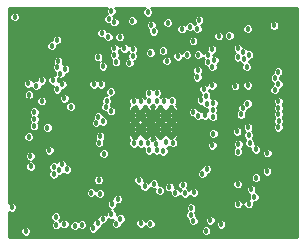
<source format=gbr>
G04 #@! TF.GenerationSoftware,KiCad,Pcbnew,5.0.2+dfsg1-1~bpo9+1*
G04 #@! TF.CreationDate,2019-11-05T12:23:44+01:00*
G04 #@! TF.ProjectId,zglue-jade-adapter,7a676c75-652d-46a6-9164-652d61646170,rev?*
G04 #@! TF.SameCoordinates,Original*
G04 #@! TF.FileFunction,Copper,L2,Inr*
G04 #@! TF.FilePolarity,Positive*
%FSLAX46Y46*%
G04 Gerber Fmt 4.6, Leading zero omitted, Abs format (unit mm)*
G04 Created by KiCad (PCBNEW 5.0.2+dfsg1-1~bpo9+1) date Tue 05 Nov 2019 12:23:44 PM CET*
%MOMM*%
%LPD*%
G01*
G04 APERTURE LIST*
G04 #@! TA.AperFunction,ViaPad*
%ADD10C,0.457000*%
G04 #@! TD*
G04 #@! TA.AperFunction,Conductor*
%ADD11C,0.254000*%
G04 #@! TD*
G04 APERTURE END LIST*
D10*
G04 #@! TO.N,GND*
G04 #@! TO.C,U1*
X13100000Y-11150000D03*
X11900000Y-11150000D03*
X13100000Y-10000000D03*
X11900000Y-10000000D03*
X13100000Y-8850000D03*
X11850000Y-8850000D03*
X14050000Y-11150000D03*
X10950000Y-11150000D03*
X10950000Y-10000000D03*
X14050000Y-10000000D03*
X14050000Y-8850000D03*
X10950000Y-8850000D03*
G04 #@! TD*
G04 #@! TO.N,GND*
X9785755Y-14851245D03*
X22511000Y-17401000D03*
X19432000Y-8504000D03*
X1965000Y-10645000D03*
X2055000Y-8235000D03*
X8912225Y-15777715D03*
X4675000Y-12325000D03*
X4891500Y-12985000D03*
X4802104Y-9024614D03*
X3885000Y-11455000D03*
X7545000Y-5265000D03*
X5539679Y-6690321D03*
X4625000Y-11238500D03*
X13135000Y-17478500D03*
X11523001Y-17811500D03*
X7359722Y-14265000D03*
X7306618Y-15073505D03*
X3735000Y-16315000D03*
X17212360Y-14742360D03*
X20005000Y-6995000D03*
X19395245Y-11305245D03*
X19146499Y-19583501D03*
X10675000Y-18548510D03*
X23184563Y-7692502D03*
X22960000Y-11042569D03*
X17002816Y-6307659D03*
G04 #@! TO.N,/CSI_D2_IN_P*
X14405000Y-15990000D03*
X7501500Y-6782000D03*
G04 #@! TO.N,/CSI_D2_IN_N*
X13905573Y-15485783D03*
X8108500Y-6782000D03*
G04 #@! TO.N,/3V3_SYS*
X18275000Y-18645000D03*
X4385000Y-3035000D03*
X565000Y-17195000D03*
X12355000Y-1775000D03*
X14203500Y-11745000D03*
X19700318Y-12489682D03*
X20608510Y-16938500D03*
G04 #@! TO.N,/2V5*
X19965612Y-9351500D03*
X15967530Y-15952530D03*
G04 #@! TO.N,/1V8*
X11485000Y-18565000D03*
X15693058Y-17871196D03*
G04 #@! TO.N,/LED3_ISINK*
X13371026Y-12478965D03*
X2441000Y-10334000D03*
G04 #@! TO.N,/LED1_ISINK*
X12175000Y-12388000D03*
X2462000Y-9130000D03*
G04 #@! TO.N,/TMS*
X12766000Y-11855000D03*
X3104500Y-6465000D03*
G04 #@! TO.N,/VSENSE*
X12119000Y-11804000D03*
X15935000Y-18345000D03*
G04 #@! TO.N,/1V8_SYS*
X19675000Y-15245000D03*
X2162000Y-13752000D03*
X15737470Y-17257470D03*
X20815000Y-15685000D03*
X14943233Y-2116399D03*
G04 #@! TO.N,/LED2_ISINK*
X12827000Y-12384000D03*
X2448000Y-9761000D03*
G04 #@! TO.N,/EXTCLK_EN*
X10872000Y-11784000D03*
X6485000Y-18695000D03*
G04 #@! TO.N,/TDO*
X13608842Y-11720383D03*
X4031500Y-6445000D03*
G04 #@! TO.N,/3V3*
X19699963Y-16938500D03*
X7281762Y-15987510D03*
X7465000Y-18991490D03*
G04 #@! TO.N,/TDI*
X4399504Y-5352327D03*
X19725000Y-11845000D03*
G04 #@! TO.N,/PC_RDY*
X7901733Y-14901546D03*
X8995000Y-17811500D03*
X5884963Y-18764963D03*
G04 #@! TO.N,/TCK*
X1934500Y-6726000D03*
X14125000Y-8195000D03*
X5550355Y-8678500D03*
G04 #@! TO.N,/EXT_CLK*
X8341500Y-12660000D03*
X4265000Y-18005000D03*
G04 #@! TO.N,/I2C_0_SCL*
X19630000Y-10790000D03*
X1996000Y-11229000D03*
G04 #@! TO.N,/ZIP_EN_L*
X7950000Y-11738000D03*
X4097500Y-13775000D03*
G04 #@! TO.N,/PWR_BTN*
X8033000Y-11170500D03*
X3579500Y-10455000D03*
G04 #@! TO.N,/I2C_0_SDA*
X4995501Y-7971499D03*
X17588206Y-9544113D03*
G04 #@! TO.N,/CSI_D1_IN_N*
X4390393Y-7229607D03*
X15219500Y-16021314D03*
G04 #@! TO.N,/CSI_D1_IN_P*
X4819607Y-6800393D03*
X15020000Y-15315000D03*
G04 #@! TO.N,/CSI_CLK_IN_P*
X5064455Y-5495545D03*
X13080000Y-15815000D03*
G04 #@! TO.N,/CSI_CLK_IN_N*
X4675545Y-5884455D03*
X12580405Y-15224884D03*
G04 #@! TO.N,/CSI_CLK_OUT_N*
X17068822Y-13971178D03*
X20240000Y-4650000D03*
G04 #@! TO.N,/CTRL_SO*
X16305000Y-5625000D03*
X20555000Y-10435000D03*
G04 #@! TO.N,/CTRL_SI*
X17065000Y-8429000D03*
X19700000Y-3740000D03*
G04 #@! TO.N,/CTRL_SCK*
X15916314Y-9136860D03*
X20608500Y-11115000D03*
G04 #@! TO.N,/CSI_CLK_OUT_P*
X19706878Y-4499548D03*
X16674970Y-14365030D03*
G04 #@! TO.N,/ULPM_WAKE*
X10875000Y-8220000D03*
X4477000Y-4826000D03*
G04 #@! TO.N,/PIO3*
X8160000Y-2450000D03*
X8760000Y-1270000D03*
G04 #@! TO.N,/2V5_SYS*
X17005000Y-19205000D03*
G04 #@! TO.N,/USB_D_N*
X17000480Y-7744122D03*
X5206441Y-14005583D03*
X9241847Y-4303213D03*
G04 #@! TO.N,/USB_D_P*
X4777227Y-13576369D03*
X16574544Y-8152342D03*
X9241847Y-3746213D03*
G04 #@! TO.N,/DBG_TX*
X13678500Y-4815000D03*
X2641510Y-6908000D03*
G04 #@! TO.N,/PROC_SCK*
X8269249Y-5265001D03*
X8725000Y-2755000D03*
X18985000Y-2665000D03*
X20448597Y-5312324D03*
G04 #@! TO.N,/PROC_SI*
X13475000Y-8200000D03*
X16275000Y-2085000D03*
X20150000Y-4090000D03*
G04 #@! TO.N,/PROC_OUT_0*
X10095499Y-3744500D03*
G04 #@! TO.N,/PROC_OUT_1*
X10500000Y-4980000D03*
G04 #@! TO.N,/PROC_OUT_2*
X10805000Y-3815000D03*
G04 #@! TO.N,/USB_DET*
X3744000Y-12385000D03*
X5005000Y-18628500D03*
X8245000Y-18195000D03*
X16881205Y-9418855D03*
G04 #@! TO.N,/CTRL_SS*
X17563554Y-8953554D03*
X20700037Y-11770037D03*
G04 #@! TO.N,/DONE*
X10805000Y-4415000D03*
X21200000Y-12311000D03*
X16356465Y-4303595D03*
G04 #@! TO.N,/DBG_RX*
X14605900Y-4415000D03*
X2013526Y-7676492D03*
G04 #@! TO.N,/PIO2*
X12175000Y-8210000D03*
X9224976Y-1528501D03*
G04 #@! TO.N,/PROC_SS*
X20535000Y-6875000D03*
X9705000Y-2789500D03*
X17699485Y-4775928D03*
X18065000Y-2711500D03*
G04 #@! TO.N,/PROC_RST*
X7855000Y-4488213D03*
X9375000Y-4915000D03*
G04 #@! TO.N,/PROC_SO*
X12850000Y-8225000D03*
X15648493Y-1911568D03*
X20642362Y-4291507D03*
G04 #@! TO.N,/VUSB*
X4566442Y-14064832D03*
X4097500Y-14415000D03*
G04 #@! TO.N,/1V2_SYS*
X2115000Y-12865000D03*
G04 #@! TO.N,/E_PROC_RST*
X3946159Y-3521500D03*
G04 #@! TO.N,/E_PROC_SI*
X23102225Y-5725865D03*
G04 #@! TO.N,/E_PROC_SO*
X22840000Y-6263000D03*
G04 #@! TO.N,/E_PROC_SCK*
X23126000Y-6774000D03*
G04 #@! TO.N,/E_PROC_SS*
X22816000Y-7242000D03*
G04 #@! TO.N,/CTRL_RST_FLASH_SOC_CS*
X8521570Y-8710630D03*
X23123521Y-8221000D03*
G04 #@! TO.N,/E_CTRL_SI*
X23123521Y-8774000D03*
G04 #@! TO.N,/E_CTRL_SO*
X23123521Y-9340000D03*
G04 #@! TO.N,/E_CTRL_SCK*
X23154100Y-9871132D03*
G04 #@! TO.N,/E_CTRL_SS*
X23123521Y-10430000D03*
G04 #@! TO.N,/PIO8*
X12825000Y-7525000D03*
X12074290Y-693512D03*
G04 #@! TO.N,/PIO7*
X13355000Y-3945000D03*
X12555000Y-2315000D03*
G04 #@! TO.N,/PIO6*
X12175000Y-7525000D03*
X8970000Y-610000D03*
G04 #@! TO.N,/VX*
X9535000Y-16505000D03*
X9405030Y-18595030D03*
G04 #@! TO.N,/AMUX*
X4330318Y-18709682D03*
X8013629Y-16046111D03*
G04 #@! TO.N,/DMUX*
X11506000Y-11794000D03*
X7825000Y-18555000D03*
G04 #@! TO.N,/FLASH_CLK*
X8937000Y-7428500D03*
G04 #@! TO.N,/FLASH_CS*
X8958786Y-9064130D03*
X22163500Y-14155000D03*
X22198000Y-12620000D03*
G04 #@! TO.N,/FLASH_IO0*
X8576782Y-8181500D03*
G04 #@! TO.N,/FLASH_IO1*
X8242231Y-9945200D03*
G04 #@! TO.N,/FLASH_IO2*
X7698646Y-10048945D03*
G04 #@! TO.N,/FLASH_IO3*
X7885255Y-9550745D03*
G04 #@! TO.N,/BOOST_OUT*
X9045000Y-16955000D03*
X1745000Y-19235000D03*
G04 #@! TO.N,Net-(TP34-Pad1)*
X15905000Y-3125000D03*
X22755000Y-1815000D03*
X16250000Y-6210000D03*
G04 #@! TO.N,Net-(TP35-Pad1)*
X15358500Y-4295000D03*
X20530000Y-2090000D03*
G04 #@! TO.N,/C_CSI_D1_OUT_N*
X17545000Y-11955000D03*
X19475000Y-6945000D03*
X20512414Y-8423473D03*
G04 #@! TO.N,/C_CSI_D1_OUT_P*
X17625000Y-10965000D03*
X17525000Y-6875000D03*
X20118554Y-8817333D03*
G04 #@! TO.N,/CSI_INT*
X11288648Y-14916634D03*
X3079500Y-8214122D03*
X9758530Y-18165001D03*
G04 #@! TO.N,/PROC_INT*
X17364218Y-18303646D03*
X21075000Y-16335000D03*
G04 #@! TO.N,/PIO14*
X16815000Y-7225000D03*
X16334908Y-9465213D03*
X16414748Y-1349576D03*
G04 #@! TO.N,/PIO13*
X17630000Y-8370000D03*
X13746367Y-1574040D03*
X21235000Y-14695000D03*
G04 #@! TO.N,/PIO0*
X11475000Y-8215000D03*
X790000Y-1090000D03*
G04 #@! TO.N,/RDL_LP_CSI_D1_OUT_P*
X17175037Y-4355037D03*
X11808500Y-15447000D03*
G04 #@! TO.N,/RDL_LP_CSI_D1_OUT_N*
X17505000Y-3845000D03*
X12285000Y-18586500D03*
G04 #@! TO.N,/PROG_LP_CSI_D1_OUT_N*
X17538370Y-5305342D03*
X12300001Y-4120000D03*
G04 #@! TO.N,/PROG_LP_CSI_D1_OUT_P*
X17168500Y-4900000D03*
X10770000Y-1420000D03*
G04 #@! TD*
D11*
G04 #@! TO.N,GND*
G36*
X8583846Y-351980D02*
X8514500Y-519395D01*
X8514500Y-700605D01*
X8577452Y-852584D01*
X8501980Y-883846D01*
X8373846Y-1011980D01*
X8304500Y-1179395D01*
X8304500Y-1360605D01*
X8373846Y-1528020D01*
X8501980Y-1656154D01*
X8669395Y-1725500D01*
X8813546Y-1725500D01*
X8838822Y-1786521D01*
X8966956Y-1914655D01*
X9134371Y-1984001D01*
X9315581Y-1984001D01*
X9482996Y-1914655D01*
X9611130Y-1786521D01*
X9680476Y-1619106D01*
X9680476Y-1437896D01*
X9635534Y-1329395D01*
X10314500Y-1329395D01*
X10314500Y-1510605D01*
X10383846Y-1678020D01*
X10511980Y-1806154D01*
X10679395Y-1875500D01*
X10860605Y-1875500D01*
X11028020Y-1806154D01*
X11149779Y-1684395D01*
X11899500Y-1684395D01*
X11899500Y-1865605D01*
X11968846Y-2033020D01*
X12096980Y-2161154D01*
X12121490Y-2171306D01*
X12099500Y-2224395D01*
X12099500Y-2405605D01*
X12168846Y-2573020D01*
X12296980Y-2701154D01*
X12464395Y-2770500D01*
X12645605Y-2770500D01*
X12813020Y-2701154D01*
X12893279Y-2620895D01*
X17609500Y-2620895D01*
X17609500Y-2802105D01*
X17678846Y-2969520D01*
X17806980Y-3097654D01*
X17974395Y-3167000D01*
X18155605Y-3167000D01*
X18323020Y-3097654D01*
X18451154Y-2969520D01*
X18520500Y-2802105D01*
X18520500Y-2620895D01*
X18501239Y-2574395D01*
X18529500Y-2574395D01*
X18529500Y-2755605D01*
X18598846Y-2923020D01*
X18726980Y-3051154D01*
X18894395Y-3120500D01*
X19075605Y-3120500D01*
X19243020Y-3051154D01*
X19371154Y-2923020D01*
X19440500Y-2755605D01*
X19440500Y-2574395D01*
X19371154Y-2406980D01*
X19243020Y-2278846D01*
X19075605Y-2209500D01*
X18894395Y-2209500D01*
X18726980Y-2278846D01*
X18598846Y-2406980D01*
X18529500Y-2574395D01*
X18501239Y-2574395D01*
X18451154Y-2453480D01*
X18323020Y-2325346D01*
X18155605Y-2256000D01*
X17974395Y-2256000D01*
X17806980Y-2325346D01*
X17678846Y-2453480D01*
X17609500Y-2620895D01*
X12893279Y-2620895D01*
X12941154Y-2573020D01*
X13010500Y-2405605D01*
X13010500Y-2224395D01*
X12941154Y-2056980D01*
X12813020Y-1928846D01*
X12788510Y-1918694D01*
X12810500Y-1865605D01*
X12810500Y-1684395D01*
X12741154Y-1516980D01*
X12707609Y-1483435D01*
X13290867Y-1483435D01*
X13290867Y-1664645D01*
X13360213Y-1832060D01*
X13488347Y-1960194D01*
X13655762Y-2029540D01*
X13836972Y-2029540D01*
X13846015Y-2025794D01*
X14487733Y-2025794D01*
X14487733Y-2207004D01*
X14557079Y-2374419D01*
X14685213Y-2502553D01*
X14852628Y-2571899D01*
X15033838Y-2571899D01*
X15201253Y-2502553D01*
X15329387Y-2374419D01*
X15369743Y-2276992D01*
X15390473Y-2297722D01*
X15557888Y-2367068D01*
X15739098Y-2367068D01*
X15875418Y-2310602D01*
X15888846Y-2343020D01*
X16016980Y-2471154D01*
X16184395Y-2540500D01*
X16365605Y-2540500D01*
X16533020Y-2471154D01*
X16661154Y-2343020D01*
X16730500Y-2175605D01*
X16730500Y-1999395D01*
X20074500Y-1999395D01*
X20074500Y-2180605D01*
X20143846Y-2348020D01*
X20271980Y-2476154D01*
X20439395Y-2545500D01*
X20620605Y-2545500D01*
X20788020Y-2476154D01*
X20916154Y-2348020D01*
X20985500Y-2180605D01*
X20985500Y-1999395D01*
X20916154Y-1831980D01*
X20808569Y-1724395D01*
X22299500Y-1724395D01*
X22299500Y-1905605D01*
X22368846Y-2073020D01*
X22496980Y-2201154D01*
X22664395Y-2270500D01*
X22845605Y-2270500D01*
X23013020Y-2201154D01*
X23141154Y-2073020D01*
X23210500Y-1905605D01*
X23210500Y-1724395D01*
X23141154Y-1556980D01*
X23013020Y-1428846D01*
X22845605Y-1359500D01*
X22664395Y-1359500D01*
X22496980Y-1428846D01*
X22368846Y-1556980D01*
X22299500Y-1724395D01*
X20808569Y-1724395D01*
X20788020Y-1703846D01*
X20620605Y-1634500D01*
X20439395Y-1634500D01*
X20271980Y-1703846D01*
X20143846Y-1831980D01*
X20074500Y-1999395D01*
X16730500Y-1999395D01*
X16730500Y-1994395D01*
X16661154Y-1826980D01*
X16600032Y-1765858D01*
X16672768Y-1735730D01*
X16800902Y-1607596D01*
X16870248Y-1440181D01*
X16870248Y-1258971D01*
X16800902Y-1091556D01*
X16672768Y-963422D01*
X16505353Y-894076D01*
X16324143Y-894076D01*
X16156728Y-963422D01*
X16028594Y-1091556D01*
X15959248Y-1258971D01*
X15959248Y-1440181D01*
X16028594Y-1607596D01*
X16089716Y-1668718D01*
X16048075Y-1685966D01*
X16034647Y-1653548D01*
X15906513Y-1525414D01*
X15739098Y-1456068D01*
X15557888Y-1456068D01*
X15390473Y-1525414D01*
X15262339Y-1653548D01*
X15221983Y-1750975D01*
X15201253Y-1730245D01*
X15033838Y-1660899D01*
X14852628Y-1660899D01*
X14685213Y-1730245D01*
X14557079Y-1858379D01*
X14487733Y-2025794D01*
X13846015Y-2025794D01*
X14004387Y-1960194D01*
X14132521Y-1832060D01*
X14201867Y-1664645D01*
X14201867Y-1483435D01*
X14132521Y-1316020D01*
X14004387Y-1187886D01*
X13836972Y-1118540D01*
X13655762Y-1118540D01*
X13488347Y-1187886D01*
X13360213Y-1316020D01*
X13290867Y-1483435D01*
X12707609Y-1483435D01*
X12613020Y-1388846D01*
X12445605Y-1319500D01*
X12264395Y-1319500D01*
X12096980Y-1388846D01*
X11968846Y-1516980D01*
X11899500Y-1684395D01*
X11149779Y-1684395D01*
X11156154Y-1678020D01*
X11225500Y-1510605D01*
X11225500Y-1329395D01*
X11156154Y-1161980D01*
X11028020Y-1033846D01*
X10860605Y-964500D01*
X10679395Y-964500D01*
X10511980Y-1033846D01*
X10383846Y-1161980D01*
X10314500Y-1329395D01*
X9635534Y-1329395D01*
X9611130Y-1270481D01*
X9482996Y-1142347D01*
X9315581Y-1073001D01*
X9171430Y-1073001D01*
X9152548Y-1027416D01*
X9228020Y-996154D01*
X9356154Y-868020D01*
X9425500Y-700605D01*
X9425500Y-519395D01*
X9356154Y-351980D01*
X9306174Y-302000D01*
X11829205Y-302000D01*
X11816270Y-307358D01*
X11688136Y-435492D01*
X11618790Y-602907D01*
X11618790Y-784117D01*
X11688136Y-951532D01*
X11816270Y-1079666D01*
X11983685Y-1149012D01*
X12164895Y-1149012D01*
X12332310Y-1079666D01*
X12460444Y-951532D01*
X12529790Y-784117D01*
X12529790Y-602907D01*
X12460444Y-435492D01*
X12332310Y-307358D01*
X12319375Y-302000D01*
X24698001Y-302000D01*
X24698000Y-19698000D01*
X302000Y-19698000D01*
X302000Y-19144395D01*
X1289500Y-19144395D01*
X1289500Y-19325605D01*
X1358846Y-19493020D01*
X1486980Y-19621154D01*
X1654395Y-19690500D01*
X1835605Y-19690500D01*
X2003020Y-19621154D01*
X2131154Y-19493020D01*
X2200500Y-19325605D01*
X2200500Y-19144395D01*
X2131154Y-18976980D01*
X2003020Y-18848846D01*
X1835605Y-18779500D01*
X1654395Y-18779500D01*
X1486980Y-18848846D01*
X1358846Y-18976980D01*
X1289500Y-19144395D01*
X302000Y-19144395D01*
X302000Y-17914395D01*
X3809500Y-17914395D01*
X3809500Y-18095605D01*
X3878846Y-18263020D01*
X4005826Y-18390000D01*
X3944164Y-18451662D01*
X3874818Y-18619077D01*
X3874818Y-18800287D01*
X3944164Y-18967702D01*
X4072298Y-19095836D01*
X4239713Y-19165182D01*
X4420923Y-19165182D01*
X4588338Y-19095836D01*
X4708250Y-18975924D01*
X4746980Y-19014654D01*
X4914395Y-19084000D01*
X5095605Y-19084000D01*
X5263020Y-19014654D01*
X5391154Y-18886520D01*
X5429463Y-18794034D01*
X5429463Y-18855568D01*
X5498809Y-19022983D01*
X5626943Y-19151117D01*
X5794358Y-19220463D01*
X5975568Y-19220463D01*
X6142983Y-19151117D01*
X6219963Y-19074137D01*
X6226980Y-19081154D01*
X6394395Y-19150500D01*
X6575605Y-19150500D01*
X6743020Y-19081154D01*
X6871154Y-18953020D01*
X6892749Y-18900885D01*
X7009500Y-18900885D01*
X7009500Y-19082095D01*
X7078846Y-19249510D01*
X7206980Y-19377644D01*
X7374395Y-19446990D01*
X7555605Y-19446990D01*
X7723020Y-19377644D01*
X7851154Y-19249510D01*
X7907120Y-19114395D01*
X16549500Y-19114395D01*
X16549500Y-19295605D01*
X16618846Y-19463020D01*
X16746980Y-19591154D01*
X16914395Y-19660500D01*
X17095605Y-19660500D01*
X17263020Y-19591154D01*
X17391154Y-19463020D01*
X17460500Y-19295605D01*
X17460500Y-19114395D01*
X17391154Y-18946980D01*
X17263020Y-18818846D01*
X17095605Y-18749500D01*
X16914395Y-18749500D01*
X16746980Y-18818846D01*
X16618846Y-18946980D01*
X16549500Y-19114395D01*
X7907120Y-19114395D01*
X7920500Y-19082095D01*
X7920500Y-19008472D01*
X8083020Y-18941154D01*
X8211154Y-18813020D01*
X8278472Y-18650500D01*
X8335605Y-18650500D01*
X8503020Y-18581154D01*
X8631154Y-18453020D01*
X8700500Y-18285605D01*
X8700500Y-18161174D01*
X8736980Y-18197654D01*
X8904395Y-18267000D01*
X9085605Y-18267000D01*
X9091206Y-18264680D01*
X9018876Y-18337010D01*
X8949530Y-18504425D01*
X8949530Y-18685635D01*
X9018876Y-18853050D01*
X9147010Y-18981184D01*
X9314425Y-19050530D01*
X9495635Y-19050530D01*
X9663050Y-18981184D01*
X9791184Y-18853050D01*
X9860530Y-18685635D01*
X9860530Y-18615781D01*
X10016550Y-18551155D01*
X10093310Y-18474395D01*
X11029500Y-18474395D01*
X11029500Y-18655605D01*
X11098846Y-18823020D01*
X11226980Y-18951154D01*
X11394395Y-19020500D01*
X11575605Y-19020500D01*
X11743020Y-18951154D01*
X11871154Y-18823020D01*
X11880547Y-18800343D01*
X11898846Y-18844520D01*
X12026980Y-18972654D01*
X12194395Y-19042000D01*
X12375605Y-19042000D01*
X12543020Y-18972654D01*
X12671154Y-18844520D01*
X12740500Y-18677105D01*
X12740500Y-18495895D01*
X12671154Y-18328480D01*
X12543020Y-18200346D01*
X12375605Y-18131000D01*
X12194395Y-18131000D01*
X12026980Y-18200346D01*
X11898846Y-18328480D01*
X11889453Y-18351157D01*
X11871154Y-18306980D01*
X11743020Y-18178846D01*
X11575605Y-18109500D01*
X11394395Y-18109500D01*
X11226980Y-18178846D01*
X11098846Y-18306980D01*
X11029500Y-18474395D01*
X10093310Y-18474395D01*
X10144684Y-18423021D01*
X10214030Y-18255606D01*
X10214030Y-18074396D01*
X10144684Y-17906981D01*
X10018294Y-17780591D01*
X15237558Y-17780591D01*
X15237558Y-17961801D01*
X15306904Y-18129216D01*
X15435038Y-18257350D01*
X15479500Y-18275767D01*
X15479500Y-18435605D01*
X15548846Y-18603020D01*
X15676980Y-18731154D01*
X15844395Y-18800500D01*
X16025605Y-18800500D01*
X16193020Y-18731154D01*
X16321154Y-18603020D01*
X16390500Y-18435605D01*
X16390500Y-18254395D01*
X16373371Y-18213041D01*
X16908718Y-18213041D01*
X16908718Y-18394251D01*
X16978064Y-18561666D01*
X17106198Y-18689800D01*
X17273613Y-18759146D01*
X17454823Y-18759146D01*
X17622238Y-18689800D01*
X17750372Y-18561666D01*
X17753383Y-18554395D01*
X17819500Y-18554395D01*
X17819500Y-18735605D01*
X17888846Y-18903020D01*
X18016980Y-19031154D01*
X18184395Y-19100500D01*
X18365605Y-19100500D01*
X18533020Y-19031154D01*
X18661154Y-18903020D01*
X18730500Y-18735605D01*
X18730500Y-18554395D01*
X18661154Y-18386980D01*
X18533020Y-18258846D01*
X18365605Y-18189500D01*
X18184395Y-18189500D01*
X18016980Y-18258846D01*
X17888846Y-18386980D01*
X17819500Y-18554395D01*
X17753383Y-18554395D01*
X17819718Y-18394251D01*
X17819718Y-18213041D01*
X17750372Y-18045626D01*
X17622238Y-17917492D01*
X17454823Y-17848146D01*
X17273613Y-17848146D01*
X17106198Y-17917492D01*
X16978064Y-18045626D01*
X16908718Y-18213041D01*
X16373371Y-18213041D01*
X16321154Y-18086980D01*
X16193020Y-17958846D01*
X16148558Y-17940429D01*
X16148558Y-17780591D01*
X16079212Y-17613176D01*
X16052575Y-17586539D01*
X16123624Y-17515490D01*
X16192970Y-17348075D01*
X16192970Y-17166865D01*
X16123624Y-16999450D01*
X15995490Y-16871316D01*
X15938948Y-16847895D01*
X19244463Y-16847895D01*
X19244463Y-17029105D01*
X19313809Y-17196520D01*
X19441943Y-17324654D01*
X19609358Y-17394000D01*
X19790568Y-17394000D01*
X19957983Y-17324654D01*
X20086117Y-17196520D01*
X20154237Y-17032066D01*
X20222356Y-17196520D01*
X20350490Y-17324654D01*
X20517905Y-17394000D01*
X20699115Y-17394000D01*
X20866530Y-17324654D01*
X20994664Y-17196520D01*
X21064010Y-17029105D01*
X21064010Y-16847895D01*
X21040236Y-16790500D01*
X21165605Y-16790500D01*
X21333020Y-16721154D01*
X21461154Y-16593020D01*
X21530500Y-16425605D01*
X21530500Y-16244395D01*
X21461154Y-16076980D01*
X21333020Y-15948846D01*
X21218406Y-15901371D01*
X21270500Y-15775605D01*
X21270500Y-15594395D01*
X21201154Y-15426980D01*
X21073020Y-15298846D01*
X20905605Y-15229500D01*
X20724395Y-15229500D01*
X20556980Y-15298846D01*
X20428846Y-15426980D01*
X20359500Y-15594395D01*
X20359500Y-15775605D01*
X20428846Y-15943020D01*
X20556980Y-16071154D01*
X20671594Y-16118629D01*
X20619500Y-16244395D01*
X20619500Y-16425605D01*
X20643274Y-16483000D01*
X20517905Y-16483000D01*
X20350490Y-16552346D01*
X20222356Y-16680480D01*
X20154237Y-16844934D01*
X20086117Y-16680480D01*
X19957983Y-16552346D01*
X19790568Y-16483000D01*
X19609358Y-16483000D01*
X19441943Y-16552346D01*
X19313809Y-16680480D01*
X19244463Y-16847895D01*
X15938948Y-16847895D01*
X15828075Y-16801970D01*
X15646865Y-16801970D01*
X15479450Y-16871316D01*
X15351316Y-16999450D01*
X15281970Y-17166865D01*
X15281970Y-17348075D01*
X15351316Y-17515490D01*
X15377953Y-17542127D01*
X15306904Y-17613176D01*
X15237558Y-17780591D01*
X10018294Y-17780591D01*
X10016550Y-17778847D01*
X9849135Y-17709501D01*
X9667925Y-17709501D01*
X9500510Y-17778847D01*
X9450500Y-17828857D01*
X9450500Y-17720895D01*
X9381154Y-17553480D01*
X9253020Y-17425346D01*
X9176392Y-17393605D01*
X9303020Y-17341154D01*
X9431154Y-17213020D01*
X9500500Y-17045605D01*
X9500500Y-16960500D01*
X9625605Y-16960500D01*
X9793020Y-16891154D01*
X9921154Y-16763020D01*
X9990500Y-16595605D01*
X9990500Y-16414395D01*
X9921154Y-16246980D01*
X9793020Y-16118846D01*
X9625605Y-16049500D01*
X9444395Y-16049500D01*
X9276980Y-16118846D01*
X9148846Y-16246980D01*
X9079500Y-16414395D01*
X9079500Y-16499500D01*
X8954395Y-16499500D01*
X8786980Y-16568846D01*
X8658846Y-16696980D01*
X8589500Y-16864395D01*
X8589500Y-17045605D01*
X8658846Y-17213020D01*
X8786980Y-17341154D01*
X8863608Y-17372895D01*
X8736980Y-17425346D01*
X8608846Y-17553480D01*
X8539500Y-17720895D01*
X8539500Y-17845326D01*
X8503020Y-17808846D01*
X8335605Y-17739500D01*
X8154395Y-17739500D01*
X7986980Y-17808846D01*
X7858846Y-17936980D01*
X7791528Y-18099500D01*
X7734395Y-18099500D01*
X7566980Y-18168846D01*
X7438846Y-18296980D01*
X7369500Y-18464395D01*
X7369500Y-18538018D01*
X7206980Y-18605336D01*
X7078846Y-18733470D01*
X7009500Y-18900885D01*
X6892749Y-18900885D01*
X6940500Y-18785605D01*
X6940500Y-18604395D01*
X6871154Y-18436980D01*
X6743020Y-18308846D01*
X6575605Y-18239500D01*
X6394395Y-18239500D01*
X6226980Y-18308846D01*
X6150000Y-18385826D01*
X6142983Y-18378809D01*
X5975568Y-18309463D01*
X5794358Y-18309463D01*
X5626943Y-18378809D01*
X5498809Y-18506943D01*
X5460500Y-18599429D01*
X5460500Y-18537895D01*
X5391154Y-18370480D01*
X5263020Y-18242346D01*
X5095605Y-18173000D01*
X4914395Y-18173000D01*
X4746980Y-18242346D01*
X4627068Y-18362258D01*
X4589492Y-18324682D01*
X4651154Y-18263020D01*
X4720500Y-18095605D01*
X4720500Y-17914395D01*
X4651154Y-17746980D01*
X4523020Y-17618846D01*
X4355605Y-17549500D01*
X4174395Y-17549500D01*
X4006980Y-17618846D01*
X3878846Y-17746980D01*
X3809500Y-17914395D01*
X302000Y-17914395D01*
X302000Y-17576174D01*
X306980Y-17581154D01*
X474395Y-17650500D01*
X655605Y-17650500D01*
X823020Y-17581154D01*
X951154Y-17453020D01*
X1020500Y-17285605D01*
X1020500Y-17104395D01*
X951154Y-16936980D01*
X823020Y-16808846D01*
X655605Y-16739500D01*
X474395Y-16739500D01*
X306980Y-16808846D01*
X302000Y-16813826D01*
X302000Y-15896905D01*
X6826262Y-15896905D01*
X6826262Y-16078115D01*
X6895608Y-16245530D01*
X7023742Y-16373664D01*
X7191157Y-16443010D01*
X7372367Y-16443010D01*
X7539782Y-16373664D01*
X7622156Y-16291290D01*
X7627475Y-16304131D01*
X7755609Y-16432265D01*
X7923024Y-16501611D01*
X8104234Y-16501611D01*
X8271649Y-16432265D01*
X8399783Y-16304131D01*
X8469129Y-16136716D01*
X8469129Y-15955506D01*
X8399783Y-15788091D01*
X8271649Y-15659957D01*
X8104234Y-15590611D01*
X7923024Y-15590611D01*
X7755609Y-15659957D01*
X7673235Y-15742331D01*
X7667916Y-15729490D01*
X7539782Y-15601356D01*
X7372367Y-15532010D01*
X7191157Y-15532010D01*
X7023742Y-15601356D01*
X6895608Y-15729490D01*
X6826262Y-15896905D01*
X302000Y-15896905D01*
X302000Y-12774395D01*
X1659500Y-12774395D01*
X1659500Y-12955605D01*
X1728846Y-13123020D01*
X1856980Y-13251154D01*
X2018925Y-13318234D01*
X1903980Y-13365846D01*
X1775846Y-13493980D01*
X1706500Y-13661395D01*
X1706500Y-13842605D01*
X1775846Y-14010020D01*
X1903980Y-14138154D01*
X2071395Y-14207500D01*
X2252605Y-14207500D01*
X2420020Y-14138154D01*
X2548154Y-14010020D01*
X2617500Y-13842605D01*
X2617500Y-13684395D01*
X3642000Y-13684395D01*
X3642000Y-13865605D01*
X3711346Y-14033020D01*
X3773326Y-14095000D01*
X3711346Y-14156980D01*
X3642000Y-14324395D01*
X3642000Y-14505605D01*
X3711346Y-14673020D01*
X3839480Y-14801154D01*
X4006895Y-14870500D01*
X4188105Y-14870500D01*
X4331892Y-14810941D01*
X7446233Y-14810941D01*
X7446233Y-14992151D01*
X7515579Y-15159566D01*
X7643713Y-15287700D01*
X7811128Y-15357046D01*
X7992338Y-15357046D01*
X8159753Y-15287700D01*
X8287887Y-15159566D01*
X8357233Y-14992151D01*
X8357233Y-14826029D01*
X10833148Y-14826029D01*
X10833148Y-15007239D01*
X10902494Y-15174654D01*
X11030628Y-15302788D01*
X11198043Y-15372134D01*
X11353000Y-15372134D01*
X11353000Y-15537605D01*
X11422346Y-15705020D01*
X11550480Y-15833154D01*
X11717895Y-15902500D01*
X11899105Y-15902500D01*
X12066520Y-15833154D01*
X12194654Y-15705020D01*
X12259593Y-15548246D01*
X12322385Y-15611038D01*
X12489800Y-15680384D01*
X12642730Y-15680384D01*
X12624500Y-15724395D01*
X12624500Y-15905605D01*
X12693846Y-16073020D01*
X12821980Y-16201154D01*
X12989395Y-16270500D01*
X13170605Y-16270500D01*
X13338020Y-16201154D01*
X13466154Y-16073020D01*
X13535500Y-15905605D01*
X13535500Y-15759884D01*
X13647553Y-15871937D01*
X13814968Y-15941283D01*
X13949500Y-15941283D01*
X13949500Y-16080605D01*
X14018846Y-16248020D01*
X14146980Y-16376154D01*
X14314395Y-16445500D01*
X14495605Y-16445500D01*
X14663020Y-16376154D01*
X14791154Y-16248020D01*
X14805765Y-16212747D01*
X14833346Y-16279334D01*
X14961480Y-16407468D01*
X15128895Y-16476814D01*
X15310105Y-16476814D01*
X15477520Y-16407468D01*
X15605654Y-16279334D01*
X15618690Y-16247864D01*
X15709510Y-16338684D01*
X15876925Y-16408030D01*
X16058135Y-16408030D01*
X16225550Y-16338684D01*
X16353684Y-16210550D01*
X16423030Y-16043135D01*
X16423030Y-15861925D01*
X16353684Y-15694510D01*
X16225550Y-15566376D01*
X16058135Y-15497030D01*
X15876925Y-15497030D01*
X15709510Y-15566376D01*
X15581376Y-15694510D01*
X15568340Y-15725980D01*
X15477520Y-15635160D01*
X15383117Y-15596057D01*
X15406154Y-15573020D01*
X15475500Y-15405605D01*
X15475500Y-15224395D01*
X15446505Y-15154395D01*
X19219500Y-15154395D01*
X19219500Y-15335605D01*
X19288846Y-15503020D01*
X19416980Y-15631154D01*
X19584395Y-15700500D01*
X19765605Y-15700500D01*
X19933020Y-15631154D01*
X20061154Y-15503020D01*
X20130500Y-15335605D01*
X20130500Y-15154395D01*
X20061154Y-14986980D01*
X19933020Y-14858846D01*
X19765605Y-14789500D01*
X19584395Y-14789500D01*
X19416980Y-14858846D01*
X19288846Y-14986980D01*
X19219500Y-15154395D01*
X15446505Y-15154395D01*
X15406154Y-15056980D01*
X15278020Y-14928846D01*
X15110605Y-14859500D01*
X14929395Y-14859500D01*
X14761980Y-14928846D01*
X14633846Y-15056980D01*
X14564500Y-15224395D01*
X14564500Y-15405605D01*
X14633846Y-15573020D01*
X14761980Y-15701154D01*
X14856383Y-15740257D01*
X14833346Y-15763294D01*
X14818735Y-15798567D01*
X14791154Y-15731980D01*
X14663020Y-15603846D01*
X14495605Y-15534500D01*
X14361073Y-15534500D01*
X14361073Y-15395178D01*
X14291727Y-15227763D01*
X14163593Y-15099629D01*
X13996178Y-15030283D01*
X13814968Y-15030283D01*
X13647553Y-15099629D01*
X13519419Y-15227763D01*
X13450073Y-15395178D01*
X13450073Y-15540899D01*
X13338020Y-15428846D01*
X13170605Y-15359500D01*
X13017675Y-15359500D01*
X13035905Y-15315489D01*
X13035905Y-15134279D01*
X12966559Y-14966864D01*
X12838425Y-14838730D01*
X12671010Y-14769384D01*
X12489800Y-14769384D01*
X12322385Y-14838730D01*
X12194251Y-14966864D01*
X12129312Y-15123638D01*
X12066520Y-15060846D01*
X11899105Y-14991500D01*
X11744148Y-14991500D01*
X11744148Y-14826029D01*
X11674802Y-14658614D01*
X11546668Y-14530480D01*
X11379253Y-14461134D01*
X11198043Y-14461134D01*
X11030628Y-14530480D01*
X10902494Y-14658614D01*
X10833148Y-14826029D01*
X8357233Y-14826029D01*
X8357233Y-14810941D01*
X8287887Y-14643526D01*
X8159753Y-14515392D01*
X7992338Y-14446046D01*
X7811128Y-14446046D01*
X7643713Y-14515392D01*
X7515579Y-14643526D01*
X7446233Y-14810941D01*
X4331892Y-14810941D01*
X4355520Y-14801154D01*
X4483654Y-14673020D01*
X4546900Y-14520332D01*
X4657047Y-14520332D01*
X4824462Y-14450986D01*
X4916066Y-14359382D01*
X4948421Y-14391737D01*
X5115836Y-14461083D01*
X5297046Y-14461083D01*
X5464461Y-14391737D01*
X5581773Y-14274425D01*
X16219470Y-14274425D01*
X16219470Y-14455635D01*
X16288816Y-14623050D01*
X16416950Y-14751184D01*
X16584365Y-14820530D01*
X16765575Y-14820530D01*
X16932990Y-14751184D01*
X17061124Y-14623050D01*
X17068851Y-14604395D01*
X20779500Y-14604395D01*
X20779500Y-14785605D01*
X20848846Y-14953020D01*
X20976980Y-15081154D01*
X21144395Y-15150500D01*
X21325605Y-15150500D01*
X21493020Y-15081154D01*
X21621154Y-14953020D01*
X21690500Y-14785605D01*
X21690500Y-14604395D01*
X21621154Y-14436980D01*
X21493020Y-14308846D01*
X21325605Y-14239500D01*
X21144395Y-14239500D01*
X20976980Y-14308846D01*
X20848846Y-14436980D01*
X20779500Y-14604395D01*
X17068851Y-14604395D01*
X17130470Y-14455635D01*
X17130470Y-14426678D01*
X17159427Y-14426678D01*
X17326842Y-14357332D01*
X17454976Y-14229198D01*
X17523240Y-14064395D01*
X21708000Y-14064395D01*
X21708000Y-14245605D01*
X21777346Y-14413020D01*
X21905480Y-14541154D01*
X22072895Y-14610500D01*
X22254105Y-14610500D01*
X22421520Y-14541154D01*
X22549654Y-14413020D01*
X22619000Y-14245605D01*
X22619000Y-14064395D01*
X22549654Y-13896980D01*
X22421520Y-13768846D01*
X22254105Y-13699500D01*
X22072895Y-13699500D01*
X21905480Y-13768846D01*
X21777346Y-13896980D01*
X21708000Y-14064395D01*
X17523240Y-14064395D01*
X17524322Y-14061783D01*
X17524322Y-13880573D01*
X17454976Y-13713158D01*
X17326842Y-13585024D01*
X17159427Y-13515678D01*
X16978217Y-13515678D01*
X16810802Y-13585024D01*
X16682668Y-13713158D01*
X16613322Y-13880573D01*
X16613322Y-13909530D01*
X16584365Y-13909530D01*
X16416950Y-13978876D01*
X16288816Y-14107010D01*
X16219470Y-14274425D01*
X5581773Y-14274425D01*
X5592595Y-14263603D01*
X5661941Y-14096188D01*
X5661941Y-13914978D01*
X5592595Y-13747563D01*
X5464461Y-13619429D01*
X5297046Y-13550083D01*
X5232727Y-13550083D01*
X5232727Y-13485764D01*
X5163381Y-13318349D01*
X5035247Y-13190215D01*
X4867832Y-13120869D01*
X4686622Y-13120869D01*
X4519207Y-13190215D01*
X4391073Y-13318349D01*
X4360012Y-13393338D01*
X4355520Y-13388846D01*
X4188105Y-13319500D01*
X4006895Y-13319500D01*
X3839480Y-13388846D01*
X3711346Y-13516980D01*
X3642000Y-13684395D01*
X2617500Y-13684395D01*
X2617500Y-13661395D01*
X2548154Y-13493980D01*
X2420020Y-13365846D01*
X2258075Y-13298766D01*
X2373020Y-13251154D01*
X2501154Y-13123020D01*
X2570500Y-12955605D01*
X2570500Y-12774395D01*
X2501154Y-12606980D01*
X2373020Y-12478846D01*
X2205605Y-12409500D01*
X2024395Y-12409500D01*
X1856980Y-12478846D01*
X1728846Y-12606980D01*
X1659500Y-12774395D01*
X302000Y-12774395D01*
X302000Y-12294395D01*
X3288500Y-12294395D01*
X3288500Y-12475605D01*
X3357846Y-12643020D01*
X3485980Y-12771154D01*
X3653395Y-12840500D01*
X3834605Y-12840500D01*
X4002020Y-12771154D01*
X4130154Y-12643020D01*
X4160650Y-12569395D01*
X7886000Y-12569395D01*
X7886000Y-12750605D01*
X7955346Y-12918020D01*
X8083480Y-13046154D01*
X8250895Y-13115500D01*
X8432105Y-13115500D01*
X8599520Y-13046154D01*
X8727654Y-12918020D01*
X8797000Y-12750605D01*
X8797000Y-12569395D01*
X8727654Y-12401980D01*
X8599520Y-12273846D01*
X8432105Y-12204500D01*
X8250895Y-12204500D01*
X8083480Y-12273846D01*
X7955346Y-12401980D01*
X7886000Y-12569395D01*
X4160650Y-12569395D01*
X4199500Y-12475605D01*
X4199500Y-12294395D01*
X4130154Y-12126980D01*
X4002020Y-11998846D01*
X3834605Y-11929500D01*
X3653395Y-11929500D01*
X3485980Y-11998846D01*
X3357846Y-12126980D01*
X3288500Y-12294395D01*
X302000Y-12294395D01*
X302000Y-11138395D01*
X1540500Y-11138395D01*
X1540500Y-11319605D01*
X1609846Y-11487020D01*
X1737980Y-11615154D01*
X1905395Y-11684500D01*
X2086605Y-11684500D01*
X2176183Y-11647395D01*
X7494500Y-11647395D01*
X7494500Y-11828605D01*
X7563846Y-11996020D01*
X7691980Y-12124154D01*
X7859395Y-12193500D01*
X8040605Y-12193500D01*
X8208020Y-12124154D01*
X8336154Y-11996020D01*
X8405500Y-11828605D01*
X8405500Y-11647395D01*
X8345392Y-11502282D01*
X8419154Y-11428520D01*
X8488500Y-11261105D01*
X8488500Y-11131592D01*
X10383916Y-11131592D01*
X10419962Y-11349624D01*
X10434051Y-11383638D01*
X10520929Y-11399463D01*
X10461462Y-11458930D01*
X10507179Y-11504647D01*
X10485846Y-11525980D01*
X10416500Y-11693395D01*
X10416500Y-11874605D01*
X10485846Y-12042020D01*
X10613980Y-12170154D01*
X10781395Y-12239500D01*
X10962605Y-12239500D01*
X11130020Y-12170154D01*
X11184000Y-12116174D01*
X11247980Y-12180154D01*
X11415395Y-12249500D01*
X11596605Y-12249500D01*
X11764020Y-12180154D01*
X11770922Y-12173252D01*
X11719500Y-12297395D01*
X11719500Y-12478605D01*
X11788846Y-12646020D01*
X11916980Y-12774154D01*
X12084395Y-12843500D01*
X12265605Y-12843500D01*
X12433020Y-12774154D01*
X12503000Y-12704174D01*
X12568980Y-12770154D01*
X12736395Y-12839500D01*
X12917605Y-12839500D01*
X13037659Y-12789772D01*
X13113006Y-12865119D01*
X13280421Y-12934465D01*
X13461631Y-12934465D01*
X13629046Y-12865119D01*
X13757180Y-12736985D01*
X13826526Y-12569570D01*
X13826526Y-12388360D01*
X13757180Y-12220945D01*
X13708407Y-12172172D01*
X13866862Y-12106537D01*
X13893863Y-12079537D01*
X13945480Y-12131154D01*
X14112895Y-12200500D01*
X14294105Y-12200500D01*
X14461520Y-12131154D01*
X14589654Y-12003020D01*
X14647074Y-11864395D01*
X17089500Y-11864395D01*
X17089500Y-12045605D01*
X17158846Y-12213020D01*
X17286980Y-12341154D01*
X17454395Y-12410500D01*
X17635605Y-12410500D01*
X17663182Y-12399077D01*
X19244818Y-12399077D01*
X19244818Y-12580287D01*
X19314164Y-12747702D01*
X19442298Y-12875836D01*
X19609713Y-12945182D01*
X19790923Y-12945182D01*
X19958338Y-12875836D01*
X20086472Y-12747702D01*
X20155818Y-12580287D01*
X20155818Y-12399077D01*
X20086472Y-12231662D01*
X20034492Y-12179682D01*
X20111154Y-12103020D01*
X20180500Y-11935605D01*
X20180500Y-11754395D01*
X20111154Y-11586980D01*
X19983020Y-11458846D01*
X19815605Y-11389500D01*
X19634395Y-11389500D01*
X19466980Y-11458846D01*
X19338846Y-11586980D01*
X19269500Y-11754395D01*
X19269500Y-11935605D01*
X19338846Y-12103020D01*
X19390826Y-12155000D01*
X19314164Y-12231662D01*
X19244818Y-12399077D01*
X17663182Y-12399077D01*
X17803020Y-12341154D01*
X17931154Y-12213020D01*
X18000500Y-12045605D01*
X18000500Y-11864395D01*
X17931154Y-11696980D01*
X17803020Y-11568846D01*
X17635605Y-11499500D01*
X17454395Y-11499500D01*
X17286980Y-11568846D01*
X17158846Y-11696980D01*
X17089500Y-11864395D01*
X14647074Y-11864395D01*
X14659000Y-11835605D01*
X14659000Y-11654395D01*
X14589654Y-11486980D01*
X14498583Y-11395909D01*
X14565949Y-11383638D01*
X14616084Y-11168408D01*
X14580038Y-10950376D01*
X14565949Y-10916362D01*
X14463816Y-10897758D01*
X14211574Y-11150000D01*
X14234732Y-11173158D01*
X14118390Y-11289500D01*
X14112895Y-11289500D01*
X14052813Y-11314387D01*
X14050000Y-11311574D01*
X14043209Y-11318365D01*
X14020063Y-11327953D01*
X13865268Y-11173158D01*
X13888426Y-11150000D01*
X13636184Y-10897758D01*
X13575000Y-10908903D01*
X13513816Y-10897758D01*
X13261574Y-11150000D01*
X13284732Y-11173158D01*
X13123158Y-11334732D01*
X13100000Y-11311574D01*
X13076842Y-11334732D01*
X12915268Y-11173158D01*
X12938426Y-11150000D01*
X12686184Y-10897758D01*
X12584051Y-10916362D01*
X12533916Y-11131592D01*
X12569962Y-11349624D01*
X12584051Y-11383638D01*
X12670929Y-11399463D01*
X12667708Y-11402684D01*
X12507980Y-11468846D01*
X12468000Y-11508826D01*
X12377020Y-11417846D01*
X12331550Y-11399012D01*
X12415949Y-11383638D01*
X12466084Y-11168408D01*
X12430038Y-10950376D01*
X12415949Y-10916362D01*
X12313816Y-10897758D01*
X12061574Y-11150000D01*
X12084732Y-11173158D01*
X11923158Y-11334732D01*
X11900000Y-11311574D01*
X11876842Y-11334732D01*
X11715268Y-11173158D01*
X11738426Y-11150000D01*
X11486184Y-10897758D01*
X11425000Y-10908903D01*
X11363816Y-10897758D01*
X11111574Y-11150000D01*
X11134732Y-11173158D01*
X10974474Y-11333416D01*
X10969981Y-11331555D01*
X10950000Y-11311574D01*
X10933074Y-11328500D01*
X10920610Y-11328500D01*
X10765268Y-11173158D01*
X10788426Y-11150000D01*
X10536184Y-10897758D01*
X10434051Y-10916362D01*
X10383916Y-11131592D01*
X8488500Y-11131592D01*
X8488500Y-11079895D01*
X8419154Y-10912480D01*
X8291020Y-10784346D01*
X8174748Y-10736184D01*
X10697758Y-10736184D01*
X10950000Y-10988426D01*
X11202242Y-10736184D01*
X11647758Y-10736184D01*
X11900000Y-10988426D01*
X12152242Y-10736184D01*
X12847758Y-10736184D01*
X13100000Y-10988426D01*
X13352242Y-10736184D01*
X13797758Y-10736184D01*
X14050000Y-10988426D01*
X14164031Y-10874395D01*
X17169500Y-10874395D01*
X17169500Y-11055605D01*
X17238846Y-11223020D01*
X17366980Y-11351154D01*
X17534395Y-11420500D01*
X17715605Y-11420500D01*
X17883020Y-11351154D01*
X18011154Y-11223020D01*
X18080500Y-11055605D01*
X18080500Y-10874395D01*
X18011154Y-10706980D01*
X18003569Y-10699395D01*
X19174500Y-10699395D01*
X19174500Y-10880605D01*
X19243846Y-11048020D01*
X19371980Y-11176154D01*
X19539395Y-11245500D01*
X19720605Y-11245500D01*
X19888020Y-11176154D01*
X20016154Y-11048020D01*
X20085500Y-10880605D01*
X20085500Y-10699395D01*
X20016154Y-10531980D01*
X19888020Y-10403846D01*
X19744494Y-10344395D01*
X20099500Y-10344395D01*
X20099500Y-10525605D01*
X20168846Y-10693020D01*
X20277576Y-10801750D01*
X20222346Y-10856980D01*
X20153000Y-11024395D01*
X20153000Y-11205605D01*
X20222346Y-11373020D01*
X20337613Y-11488287D01*
X20313883Y-11512017D01*
X20244537Y-11679432D01*
X20244537Y-11860642D01*
X20313883Y-12028057D01*
X20442017Y-12156191D01*
X20609432Y-12225537D01*
X20744500Y-12225537D01*
X20744500Y-12401605D01*
X20813846Y-12569020D01*
X20941980Y-12697154D01*
X21109395Y-12766500D01*
X21290605Y-12766500D01*
X21458020Y-12697154D01*
X21586154Y-12569020D01*
X21602567Y-12529395D01*
X21742500Y-12529395D01*
X21742500Y-12710605D01*
X21811846Y-12878020D01*
X21939980Y-13006154D01*
X22107395Y-13075500D01*
X22288605Y-13075500D01*
X22456020Y-13006154D01*
X22584154Y-12878020D01*
X22653500Y-12710605D01*
X22653500Y-12529395D01*
X22584154Y-12361980D01*
X22456020Y-12233846D01*
X22288605Y-12164500D01*
X22107395Y-12164500D01*
X21939980Y-12233846D01*
X21811846Y-12361980D01*
X21742500Y-12529395D01*
X21602567Y-12529395D01*
X21655500Y-12401605D01*
X21655500Y-12220395D01*
X21586154Y-12052980D01*
X21458020Y-11924846D01*
X21290605Y-11855500D01*
X21155537Y-11855500D01*
X21155537Y-11679432D01*
X21086191Y-11512017D01*
X20970924Y-11396750D01*
X20994654Y-11373020D01*
X21064000Y-11205605D01*
X21064000Y-11024395D01*
X20994654Y-10856980D01*
X20885924Y-10748250D01*
X20941154Y-10693020D01*
X21010500Y-10525605D01*
X21010500Y-10344395D01*
X20941154Y-10176980D01*
X20813020Y-10048846D01*
X20645605Y-9979500D01*
X20464395Y-9979500D01*
X20296980Y-10048846D01*
X20168846Y-10176980D01*
X20099500Y-10344395D01*
X19744494Y-10344395D01*
X19720605Y-10334500D01*
X19539395Y-10334500D01*
X19371980Y-10403846D01*
X19243846Y-10531980D01*
X19174500Y-10699395D01*
X18003569Y-10699395D01*
X17883020Y-10578846D01*
X17715605Y-10509500D01*
X17534395Y-10509500D01*
X17366980Y-10578846D01*
X17238846Y-10706980D01*
X17169500Y-10874395D01*
X14164031Y-10874395D01*
X14302242Y-10736184D01*
X14283638Y-10634051D01*
X14068408Y-10583916D01*
X13850376Y-10619962D01*
X13816362Y-10634051D01*
X13797758Y-10736184D01*
X13352242Y-10736184D01*
X13333638Y-10634051D01*
X13118408Y-10583916D01*
X12900376Y-10619962D01*
X12866362Y-10634051D01*
X12847758Y-10736184D01*
X12152242Y-10736184D01*
X12133638Y-10634051D01*
X11918408Y-10583916D01*
X11700376Y-10619962D01*
X11666362Y-10634051D01*
X11647758Y-10736184D01*
X11202242Y-10736184D01*
X11183638Y-10634051D01*
X10968408Y-10583916D01*
X10750376Y-10619962D01*
X10716362Y-10634051D01*
X10697758Y-10736184D01*
X8174748Y-10736184D01*
X8123605Y-10715000D01*
X7942395Y-10715000D01*
X7774980Y-10784346D01*
X7646846Y-10912480D01*
X7577500Y-11079895D01*
X7577500Y-11261105D01*
X7637608Y-11406218D01*
X7563846Y-11479980D01*
X7494500Y-11647395D01*
X2176183Y-11647395D01*
X2254020Y-11615154D01*
X2382154Y-11487020D01*
X2451500Y-11319605D01*
X2451500Y-11138395D01*
X2382154Y-10970980D01*
X2254020Y-10842846D01*
X2086605Y-10773500D01*
X1905395Y-10773500D01*
X1737980Y-10842846D01*
X1609846Y-10970980D01*
X1540500Y-11138395D01*
X302000Y-11138395D01*
X302000Y-10243395D01*
X1985500Y-10243395D01*
X1985500Y-10424605D01*
X2054846Y-10592020D01*
X2182980Y-10720154D01*
X2350395Y-10789500D01*
X2531605Y-10789500D01*
X2699020Y-10720154D01*
X2827154Y-10592020D01*
X2896500Y-10424605D01*
X2896500Y-10364395D01*
X3124000Y-10364395D01*
X3124000Y-10545605D01*
X3193346Y-10713020D01*
X3321480Y-10841154D01*
X3488895Y-10910500D01*
X3670105Y-10910500D01*
X3837520Y-10841154D01*
X3965654Y-10713020D01*
X4035000Y-10545605D01*
X4035000Y-10364395D01*
X3965654Y-10196980D01*
X3837520Y-10068846D01*
X3670105Y-9999500D01*
X3488895Y-9999500D01*
X3321480Y-10068846D01*
X3193346Y-10196980D01*
X3124000Y-10364395D01*
X2896500Y-10364395D01*
X2896500Y-10243395D01*
X2827154Y-10075980D01*
X2802174Y-10051000D01*
X2834154Y-10019020D01*
X2859288Y-9958340D01*
X7243146Y-9958340D01*
X7243146Y-10139550D01*
X7312492Y-10306965D01*
X7440626Y-10435099D01*
X7608041Y-10504445D01*
X7789251Y-10504445D01*
X7956666Y-10435099D01*
X7977949Y-10413816D01*
X10697758Y-10413816D01*
X10716362Y-10515949D01*
X10931592Y-10566084D01*
X11149624Y-10530038D01*
X11183638Y-10515949D01*
X11202242Y-10413816D01*
X11647758Y-10413816D01*
X11666362Y-10515949D01*
X11881592Y-10566084D01*
X12099624Y-10530038D01*
X12133638Y-10515949D01*
X12152242Y-10413816D01*
X12847758Y-10413816D01*
X12866362Y-10515949D01*
X13081592Y-10566084D01*
X13299624Y-10530038D01*
X13333638Y-10515949D01*
X13352242Y-10413816D01*
X13797758Y-10413816D01*
X13816362Y-10515949D01*
X14031592Y-10566084D01*
X14249624Y-10530038D01*
X14283638Y-10515949D01*
X14302242Y-10413816D01*
X14050000Y-10161574D01*
X13797758Y-10413816D01*
X13352242Y-10413816D01*
X13100000Y-10161574D01*
X12847758Y-10413816D01*
X12152242Y-10413816D01*
X11900000Y-10161574D01*
X11647758Y-10413816D01*
X11202242Y-10413816D01*
X10950000Y-10161574D01*
X10697758Y-10413816D01*
X7977949Y-10413816D01*
X8038092Y-10353673D01*
X8151626Y-10400700D01*
X8332836Y-10400700D01*
X8500251Y-10331354D01*
X8628385Y-10203220D01*
X8697731Y-10035805D01*
X8697731Y-9981592D01*
X10383916Y-9981592D01*
X10419962Y-10199624D01*
X10434051Y-10233638D01*
X10536184Y-10252242D01*
X10788426Y-10000000D01*
X11111574Y-10000000D01*
X11363816Y-10252242D01*
X11425000Y-10241097D01*
X11486184Y-10252242D01*
X11738426Y-10000000D01*
X12061574Y-10000000D01*
X12313816Y-10252242D01*
X12415949Y-10233638D01*
X12466084Y-10018408D01*
X12459998Y-9981592D01*
X12533916Y-9981592D01*
X12569962Y-10199624D01*
X12584051Y-10233638D01*
X12686184Y-10252242D01*
X12938426Y-10000000D01*
X13261574Y-10000000D01*
X13513816Y-10252242D01*
X13575000Y-10241097D01*
X13636184Y-10252242D01*
X13888426Y-10000000D01*
X14211574Y-10000000D01*
X14463816Y-10252242D01*
X14565949Y-10233638D01*
X14616084Y-10018408D01*
X14580038Y-9800376D01*
X14565949Y-9766362D01*
X14463816Y-9747758D01*
X14211574Y-10000000D01*
X13888426Y-10000000D01*
X13636184Y-9747758D01*
X13575000Y-9758903D01*
X13513816Y-9747758D01*
X13261574Y-10000000D01*
X12938426Y-10000000D01*
X12686184Y-9747758D01*
X12584051Y-9766362D01*
X12533916Y-9981592D01*
X12459998Y-9981592D01*
X12430038Y-9800376D01*
X12415949Y-9766362D01*
X12313816Y-9747758D01*
X12061574Y-10000000D01*
X11738426Y-10000000D01*
X11486184Y-9747758D01*
X11425000Y-9758903D01*
X11363816Y-9747758D01*
X11111574Y-10000000D01*
X10788426Y-10000000D01*
X10536184Y-9747758D01*
X10434051Y-9766362D01*
X10383916Y-9981592D01*
X8697731Y-9981592D01*
X8697731Y-9854595D01*
X8628385Y-9687180D01*
X8527389Y-9586184D01*
X10697758Y-9586184D01*
X10950000Y-9838426D01*
X11202242Y-9586184D01*
X11647758Y-9586184D01*
X11900000Y-9838426D01*
X12152242Y-9586184D01*
X12847758Y-9586184D01*
X13100000Y-9838426D01*
X13352242Y-9586184D01*
X13797758Y-9586184D01*
X14050000Y-9838426D01*
X14302242Y-9586184D01*
X14283638Y-9484051D01*
X14068408Y-9433916D01*
X13850376Y-9469962D01*
X13816362Y-9484051D01*
X13797758Y-9586184D01*
X13352242Y-9586184D01*
X13333638Y-9484051D01*
X13118408Y-9433916D01*
X12900376Y-9469962D01*
X12866362Y-9484051D01*
X12847758Y-9586184D01*
X12152242Y-9586184D01*
X12133638Y-9484051D01*
X11918408Y-9433916D01*
X11700376Y-9469962D01*
X11666362Y-9484051D01*
X11647758Y-9586184D01*
X11202242Y-9586184D01*
X11183638Y-9484051D01*
X10968408Y-9433916D01*
X10750376Y-9469962D01*
X10716362Y-9484051D01*
X10697758Y-9586184D01*
X8527389Y-9586184D01*
X8500251Y-9559046D01*
X8340755Y-9492980D01*
X8340755Y-9460140D01*
X8271409Y-9292725D01*
X8143275Y-9164591D01*
X7975860Y-9095245D01*
X7794650Y-9095245D01*
X7627235Y-9164591D01*
X7499101Y-9292725D01*
X7429755Y-9460140D01*
X7429755Y-9641350D01*
X7439219Y-9664198D01*
X7312492Y-9790925D01*
X7243146Y-9958340D01*
X2859288Y-9958340D01*
X2903500Y-9851605D01*
X2903500Y-9670395D01*
X2834154Y-9502980D01*
X2783674Y-9452500D01*
X2848154Y-9388020D01*
X2917500Y-9220605D01*
X2917500Y-9039395D01*
X2848154Y-8871980D01*
X2720020Y-8743846D01*
X2552605Y-8674500D01*
X2371395Y-8674500D01*
X2203980Y-8743846D01*
X2075846Y-8871980D01*
X2006500Y-9039395D01*
X2006500Y-9220605D01*
X2075846Y-9388020D01*
X2126326Y-9438500D01*
X2061846Y-9502980D01*
X1992500Y-9670395D01*
X1992500Y-9851605D01*
X2061846Y-10019020D01*
X2086826Y-10044000D01*
X2054846Y-10075980D01*
X1985500Y-10243395D01*
X302000Y-10243395D01*
X302000Y-7585887D01*
X1558026Y-7585887D01*
X1558026Y-7767097D01*
X1627372Y-7934512D01*
X1755506Y-8062646D01*
X1922921Y-8131992D01*
X2104131Y-8131992D01*
X2124591Y-8123517D01*
X2624000Y-8123517D01*
X2624000Y-8304727D01*
X2693346Y-8472142D01*
X2821480Y-8600276D01*
X2988895Y-8669622D01*
X3170105Y-8669622D01*
X3337520Y-8600276D01*
X3465654Y-8472142D01*
X3535000Y-8304727D01*
X3535000Y-8123517D01*
X3465654Y-7956102D01*
X3390446Y-7880894D01*
X4540001Y-7880894D01*
X4540001Y-8062104D01*
X4609347Y-8229519D01*
X4737481Y-8357653D01*
X4904896Y-8426999D01*
X5086106Y-8426999D01*
X5208294Y-8376387D01*
X5164201Y-8420480D01*
X5094855Y-8587895D01*
X5094855Y-8769105D01*
X5164201Y-8936520D01*
X5292335Y-9064654D01*
X5459750Y-9134000D01*
X5640960Y-9134000D01*
X5808375Y-9064654D01*
X5936509Y-8936520D01*
X6005855Y-8769105D01*
X6005855Y-8620025D01*
X8066070Y-8620025D01*
X8066070Y-8801235D01*
X8135416Y-8968650D01*
X8263550Y-9096784D01*
X8430965Y-9166130D01*
X8508006Y-9166130D01*
X8572632Y-9322150D01*
X8700766Y-9450284D01*
X8868181Y-9519630D01*
X9049391Y-9519630D01*
X9216806Y-9450284D01*
X9344940Y-9322150D01*
X9369102Y-9263816D01*
X10697758Y-9263816D01*
X10716362Y-9365949D01*
X10931592Y-9416084D01*
X11149624Y-9380038D01*
X11183638Y-9365949D01*
X11202242Y-9263816D01*
X11597758Y-9263816D01*
X11616362Y-9365949D01*
X11831592Y-9416084D01*
X12049624Y-9380038D01*
X12083638Y-9365949D01*
X12102242Y-9263816D01*
X12847758Y-9263816D01*
X12866362Y-9365949D01*
X13081592Y-9416084D01*
X13299624Y-9380038D01*
X13333638Y-9365949D01*
X13352242Y-9263816D01*
X13797758Y-9263816D01*
X13816362Y-9365949D01*
X14031592Y-9416084D01*
X14249624Y-9380038D01*
X14283638Y-9365949D01*
X14302242Y-9263816D01*
X14050000Y-9011574D01*
X13797758Y-9263816D01*
X13352242Y-9263816D01*
X13100000Y-9011574D01*
X12847758Y-9263816D01*
X12102242Y-9263816D01*
X11850000Y-9011574D01*
X11597758Y-9263816D01*
X11202242Y-9263816D01*
X10950000Y-9011574D01*
X10697758Y-9263816D01*
X9369102Y-9263816D01*
X9414286Y-9154735D01*
X9414286Y-8973525D01*
X9355496Y-8831592D01*
X10383916Y-8831592D01*
X10419962Y-9049624D01*
X10434051Y-9083638D01*
X10536184Y-9102242D01*
X10788426Y-8850000D01*
X10765268Y-8826842D01*
X10916610Y-8675500D01*
X10937074Y-8675500D01*
X10950000Y-8688426D01*
X10962926Y-8675500D01*
X10965605Y-8675500D01*
X10978181Y-8670291D01*
X11134732Y-8826842D01*
X11111574Y-8850000D01*
X11326159Y-9064585D01*
X11334051Y-9083638D01*
X11347698Y-9086124D01*
X11363816Y-9102242D01*
X11400000Y-9095651D01*
X11436184Y-9102242D01*
X11452302Y-9086124D01*
X11465949Y-9083638D01*
X11469338Y-9069088D01*
X11688426Y-8850000D01*
X11665268Y-8826842D01*
X11826842Y-8665268D01*
X11850000Y-8688426D01*
X11873158Y-8665268D01*
X12034732Y-8826842D01*
X12011574Y-8850000D01*
X12263816Y-9102242D01*
X12365949Y-9083638D01*
X12416084Y-8868408D01*
X12380038Y-8650376D01*
X12368627Y-8622827D01*
X12433020Y-8596154D01*
X12505000Y-8524174D01*
X12591980Y-8611154D01*
X12598291Y-8613768D01*
X12584051Y-8616362D01*
X12533916Y-8831592D01*
X12569962Y-9049624D01*
X12584051Y-9083638D01*
X12686184Y-9102242D01*
X12938426Y-8850000D01*
X12915268Y-8826842D01*
X13076842Y-8665268D01*
X13100000Y-8688426D01*
X13123158Y-8665268D01*
X13284732Y-8826842D01*
X13261574Y-8850000D01*
X13513816Y-9102242D01*
X13575000Y-9091097D01*
X13636184Y-9102242D01*
X13888426Y-8850000D01*
X13865268Y-8826842D01*
X14026842Y-8665268D01*
X14050000Y-8688426D01*
X14073158Y-8665268D01*
X14234732Y-8826842D01*
X14211574Y-8850000D01*
X14463816Y-9102242D01*
X14565949Y-9083638D01*
X14574656Y-9046255D01*
X15460814Y-9046255D01*
X15460814Y-9227465D01*
X15530160Y-9394880D01*
X15658294Y-9523014D01*
X15825709Y-9592360D01*
X15894544Y-9592360D01*
X15948754Y-9723233D01*
X16076888Y-9851367D01*
X16244303Y-9920713D01*
X16425513Y-9920713D01*
X16592928Y-9851367D01*
X16634570Y-9809725D01*
X16790600Y-9874355D01*
X16971810Y-9874355D01*
X17139225Y-9805009D01*
X17184493Y-9759741D01*
X17202052Y-9802133D01*
X17330186Y-9930267D01*
X17497601Y-9999613D01*
X17678811Y-9999613D01*
X17846226Y-9930267D01*
X17974360Y-9802133D01*
X18043706Y-9634718D01*
X18043706Y-9453508D01*
X17974360Y-9286093D01*
X17949162Y-9260895D01*
X19510112Y-9260895D01*
X19510112Y-9442105D01*
X19579458Y-9609520D01*
X19707592Y-9737654D01*
X19875007Y-9807000D01*
X20056217Y-9807000D01*
X20223632Y-9737654D01*
X20351766Y-9609520D01*
X20421112Y-9442105D01*
X20421112Y-9260895D01*
X20391253Y-9188808D01*
X20504708Y-9075353D01*
X20574054Y-8907938D01*
X20574054Y-8878973D01*
X20603019Y-8878973D01*
X20770434Y-8809627D01*
X20898568Y-8681493D01*
X20967914Y-8514078D01*
X20967914Y-8332868D01*
X20898568Y-8165453D01*
X20863510Y-8130395D01*
X22668021Y-8130395D01*
X22668021Y-8311605D01*
X22737367Y-8479020D01*
X22755847Y-8497500D01*
X22737367Y-8515980D01*
X22668021Y-8683395D01*
X22668021Y-8864605D01*
X22737367Y-9032020D01*
X22762347Y-9057000D01*
X22737367Y-9081980D01*
X22668021Y-9249395D01*
X22668021Y-9430605D01*
X22737367Y-9598020D01*
X22763410Y-9624063D01*
X22698600Y-9780527D01*
X22698600Y-9961737D01*
X22767946Y-10129152D01*
X22774071Y-10135277D01*
X22737367Y-10171980D01*
X22668021Y-10339395D01*
X22668021Y-10520605D01*
X22737367Y-10688020D01*
X22865501Y-10816154D01*
X23032916Y-10885500D01*
X23214126Y-10885500D01*
X23381541Y-10816154D01*
X23509675Y-10688020D01*
X23579021Y-10520605D01*
X23579021Y-10339395D01*
X23509675Y-10171980D01*
X23503551Y-10165856D01*
X23540254Y-10129152D01*
X23609600Y-9961737D01*
X23609600Y-9780527D01*
X23540254Y-9613112D01*
X23514211Y-9587069D01*
X23579021Y-9430605D01*
X23579021Y-9249395D01*
X23509675Y-9081980D01*
X23484695Y-9057000D01*
X23509675Y-9032020D01*
X23579021Y-8864605D01*
X23579021Y-8683395D01*
X23509675Y-8515980D01*
X23491195Y-8497500D01*
X23509675Y-8479020D01*
X23579021Y-8311605D01*
X23579021Y-8130395D01*
X23509675Y-7962980D01*
X23381541Y-7834846D01*
X23214126Y-7765500D01*
X23032916Y-7765500D01*
X22865501Y-7834846D01*
X22737367Y-7962980D01*
X22668021Y-8130395D01*
X20863510Y-8130395D01*
X20770434Y-8037319D01*
X20603019Y-7967973D01*
X20421809Y-7967973D01*
X20254394Y-8037319D01*
X20126260Y-8165453D01*
X20056914Y-8332868D01*
X20056914Y-8361833D01*
X20027949Y-8361833D01*
X19860534Y-8431179D01*
X19732400Y-8559313D01*
X19663054Y-8726728D01*
X19663054Y-8907938D01*
X19692913Y-8980025D01*
X19579458Y-9093480D01*
X19510112Y-9260895D01*
X17949162Y-9260895D01*
X17924775Y-9236508D01*
X17949708Y-9211574D01*
X18019054Y-9044159D01*
X18019054Y-8862949D01*
X17949708Y-8695534D01*
X17949174Y-8695000D01*
X18016154Y-8628020D01*
X18085500Y-8460605D01*
X18085500Y-8279395D01*
X18016154Y-8111980D01*
X17888020Y-7983846D01*
X17720605Y-7914500D01*
X17539395Y-7914500D01*
X17398817Y-7972730D01*
X17455980Y-7834727D01*
X17455980Y-7653517D01*
X17386634Y-7486102D01*
X17258500Y-7357968D01*
X17253765Y-7356007D01*
X17270500Y-7315605D01*
X17270500Y-7262612D01*
X17434395Y-7330500D01*
X17615605Y-7330500D01*
X17783020Y-7261154D01*
X17911154Y-7133020D01*
X17980500Y-6965605D01*
X17980500Y-6854395D01*
X19019500Y-6854395D01*
X19019500Y-7035605D01*
X19088846Y-7203020D01*
X19216980Y-7331154D01*
X19384395Y-7400500D01*
X19565605Y-7400500D01*
X19733020Y-7331154D01*
X19861154Y-7203020D01*
X19930500Y-7035605D01*
X19930500Y-6854395D01*
X19901505Y-6784395D01*
X20079500Y-6784395D01*
X20079500Y-6965605D01*
X20148846Y-7133020D01*
X20276980Y-7261154D01*
X20444395Y-7330500D01*
X20625605Y-7330500D01*
X20793020Y-7261154D01*
X20902779Y-7151395D01*
X22360500Y-7151395D01*
X22360500Y-7332605D01*
X22429846Y-7500020D01*
X22557980Y-7628154D01*
X22725395Y-7697500D01*
X22906605Y-7697500D01*
X23074020Y-7628154D01*
X23202154Y-7500020D01*
X23271500Y-7332605D01*
X23271500Y-7206762D01*
X23384020Y-7160154D01*
X23512154Y-7032020D01*
X23581500Y-6864605D01*
X23581500Y-6683395D01*
X23512154Y-6515980D01*
X23384020Y-6387846D01*
X23295500Y-6351180D01*
X23295500Y-6172395D01*
X23283636Y-6143752D01*
X23360245Y-6112019D01*
X23488379Y-5983885D01*
X23557725Y-5816470D01*
X23557725Y-5635260D01*
X23488379Y-5467845D01*
X23360245Y-5339711D01*
X23192830Y-5270365D01*
X23011620Y-5270365D01*
X22844205Y-5339711D01*
X22716071Y-5467845D01*
X22646725Y-5635260D01*
X22646725Y-5816470D01*
X22658589Y-5845113D01*
X22581980Y-5876846D01*
X22453846Y-6004980D01*
X22384500Y-6172395D01*
X22384500Y-6353605D01*
X22453846Y-6521020D01*
X22581980Y-6649154D01*
X22670500Y-6685820D01*
X22670500Y-6809238D01*
X22557980Y-6855846D01*
X22429846Y-6983980D01*
X22360500Y-7151395D01*
X20902779Y-7151395D01*
X20921154Y-7133020D01*
X20990500Y-6965605D01*
X20990500Y-6784395D01*
X20921154Y-6616980D01*
X20793020Y-6488846D01*
X20625605Y-6419500D01*
X20444395Y-6419500D01*
X20276980Y-6488846D01*
X20148846Y-6616980D01*
X20079500Y-6784395D01*
X19901505Y-6784395D01*
X19861154Y-6686980D01*
X19733020Y-6558846D01*
X19565605Y-6489500D01*
X19384395Y-6489500D01*
X19216980Y-6558846D01*
X19088846Y-6686980D01*
X19019500Y-6854395D01*
X17980500Y-6854395D01*
X17980500Y-6784395D01*
X17911154Y-6616980D01*
X17783020Y-6488846D01*
X17615605Y-6419500D01*
X17434395Y-6419500D01*
X17266980Y-6488846D01*
X17138846Y-6616980D01*
X17069500Y-6784395D01*
X17069500Y-6837388D01*
X16905605Y-6769500D01*
X16724395Y-6769500D01*
X16556980Y-6838846D01*
X16428846Y-6966980D01*
X16359500Y-7134395D01*
X16359500Y-7315605D01*
X16428846Y-7483020D01*
X16556980Y-7611154D01*
X16561715Y-7613115D01*
X16544980Y-7653517D01*
X16544980Y-7696842D01*
X16483939Y-7696842D01*
X16316524Y-7766188D01*
X16188390Y-7894322D01*
X16119044Y-8061737D01*
X16119044Y-8242947D01*
X16188390Y-8410362D01*
X16316524Y-8538496D01*
X16483939Y-8607842D01*
X16646049Y-8607842D01*
X16678846Y-8687020D01*
X16806980Y-8815154D01*
X16974395Y-8884500D01*
X17108054Y-8884500D01*
X17108054Y-9019789D01*
X16971810Y-8963355D01*
X16790600Y-8963355D01*
X16623185Y-9032701D01*
X16581543Y-9074343D01*
X16425513Y-9009713D01*
X16356678Y-9009713D01*
X16302468Y-8878840D01*
X16174334Y-8750706D01*
X16006919Y-8681360D01*
X15825709Y-8681360D01*
X15658294Y-8750706D01*
X15530160Y-8878840D01*
X15460814Y-9046255D01*
X14574656Y-9046255D01*
X14616084Y-8868408D01*
X14580038Y-8650376D01*
X14565949Y-8616362D01*
X14479071Y-8600537D01*
X14538538Y-8541070D01*
X14480821Y-8483353D01*
X14511154Y-8453020D01*
X14580500Y-8285605D01*
X14580500Y-8104395D01*
X14511154Y-7936980D01*
X14383020Y-7808846D01*
X14215605Y-7739500D01*
X14034395Y-7739500D01*
X13866980Y-7808846D01*
X13797500Y-7878326D01*
X13733020Y-7813846D01*
X13565605Y-7744500D01*
X13384395Y-7744500D01*
X13216980Y-7813846D01*
X13150000Y-7880826D01*
X13131674Y-7862500D01*
X13211154Y-7783020D01*
X13280500Y-7615605D01*
X13280500Y-7434395D01*
X13211154Y-7266980D01*
X13083020Y-7138846D01*
X12915605Y-7069500D01*
X12734395Y-7069500D01*
X12566980Y-7138846D01*
X12500000Y-7205826D01*
X12433020Y-7138846D01*
X12265605Y-7069500D01*
X12084395Y-7069500D01*
X11916980Y-7138846D01*
X11788846Y-7266980D01*
X11719500Y-7434395D01*
X11719500Y-7615605D01*
X11788846Y-7783020D01*
X11873326Y-7867500D01*
X11822500Y-7918326D01*
X11733020Y-7828846D01*
X11565605Y-7759500D01*
X11384395Y-7759500D01*
X11216980Y-7828846D01*
X11172500Y-7873326D01*
X11133020Y-7833846D01*
X10965605Y-7764500D01*
X10784395Y-7764500D01*
X10616980Y-7833846D01*
X10488846Y-7961980D01*
X10419500Y-8129395D01*
X10419500Y-8310605D01*
X10488846Y-8478020D01*
X10506679Y-8495853D01*
X10461462Y-8541070D01*
X10520929Y-8600537D01*
X10434051Y-8616362D01*
X10383916Y-8831592D01*
X9355496Y-8831592D01*
X9344940Y-8806110D01*
X9216806Y-8677976D01*
X9049391Y-8608630D01*
X8972350Y-8608630D01*
X8920061Y-8482395D01*
X8962936Y-8439520D01*
X9032282Y-8272105D01*
X9032282Y-8090895D01*
X8962936Y-7923480D01*
X8923456Y-7884000D01*
X9027605Y-7884000D01*
X9195020Y-7814654D01*
X9323154Y-7686520D01*
X9392500Y-7519105D01*
X9392500Y-7337895D01*
X9323154Y-7170480D01*
X9195020Y-7042346D01*
X9027605Y-6973000D01*
X8846395Y-6973000D01*
X8678980Y-7042346D01*
X8550846Y-7170480D01*
X8481500Y-7337895D01*
X8481500Y-7519105D01*
X8550846Y-7686520D01*
X8590326Y-7726000D01*
X8486177Y-7726000D01*
X8318762Y-7795346D01*
X8190628Y-7923480D01*
X8121282Y-8090895D01*
X8121282Y-8272105D01*
X8178291Y-8409735D01*
X8135416Y-8452610D01*
X8066070Y-8620025D01*
X6005855Y-8620025D01*
X6005855Y-8587895D01*
X5936509Y-8420480D01*
X5808375Y-8292346D01*
X5640960Y-8223000D01*
X5459750Y-8223000D01*
X5337562Y-8273612D01*
X5381655Y-8229519D01*
X5451001Y-8062104D01*
X5451001Y-7880894D01*
X5381655Y-7713479D01*
X5253521Y-7585345D01*
X5086106Y-7515999D01*
X4904896Y-7515999D01*
X4737481Y-7585345D01*
X4609347Y-7713479D01*
X4540001Y-7880894D01*
X3390446Y-7880894D01*
X3337520Y-7827968D01*
X3170105Y-7758622D01*
X2988895Y-7758622D01*
X2821480Y-7827968D01*
X2693346Y-7956102D01*
X2624000Y-8123517D01*
X2124591Y-8123517D01*
X2271546Y-8062646D01*
X2399680Y-7934512D01*
X2469026Y-7767097D01*
X2469026Y-7585887D01*
X2399680Y-7418472D01*
X2271546Y-7290338D01*
X2104131Y-7220992D01*
X1922921Y-7220992D01*
X1755506Y-7290338D01*
X1627372Y-7418472D01*
X1558026Y-7585887D01*
X302000Y-7585887D01*
X302000Y-6635395D01*
X1479000Y-6635395D01*
X1479000Y-6816605D01*
X1548346Y-6984020D01*
X1676480Y-7112154D01*
X1843895Y-7181500D01*
X2025105Y-7181500D01*
X2192520Y-7112154D01*
X2221175Y-7083499D01*
X2255356Y-7166020D01*
X2383490Y-7294154D01*
X2550905Y-7363500D01*
X2732115Y-7363500D01*
X2899530Y-7294154D01*
X3027664Y-7166020D01*
X3097010Y-6998605D01*
X3097010Y-6920500D01*
X3195105Y-6920500D01*
X3362520Y-6851154D01*
X3490654Y-6723020D01*
X3560000Y-6555605D01*
X3560000Y-6374395D01*
X3551716Y-6354395D01*
X3576000Y-6354395D01*
X3576000Y-6535605D01*
X3645346Y-6703020D01*
X3773480Y-6831154D01*
X3940895Y-6900500D01*
X4075326Y-6900500D01*
X4004239Y-6971587D01*
X3934893Y-7139002D01*
X3934893Y-7320212D01*
X4004239Y-7487627D01*
X4132373Y-7615761D01*
X4299788Y-7685107D01*
X4480998Y-7685107D01*
X4648413Y-7615761D01*
X4776547Y-7487627D01*
X4845893Y-7320212D01*
X4845893Y-7255893D01*
X4910212Y-7255893D01*
X5077627Y-7186547D01*
X5205761Y-7058413D01*
X5275107Y-6890998D01*
X5275107Y-6709788D01*
X5267489Y-6691395D01*
X7046000Y-6691395D01*
X7046000Y-6872605D01*
X7115346Y-7040020D01*
X7243480Y-7168154D01*
X7410895Y-7237500D01*
X7592105Y-7237500D01*
X7759520Y-7168154D01*
X7805000Y-7122674D01*
X7850480Y-7168154D01*
X8017895Y-7237500D01*
X8199105Y-7237500D01*
X8366520Y-7168154D01*
X8494654Y-7040020D01*
X8564000Y-6872605D01*
X8564000Y-6691395D01*
X8494654Y-6523980D01*
X8366520Y-6395846D01*
X8199105Y-6326500D01*
X8017895Y-6326500D01*
X7850480Y-6395846D01*
X7805000Y-6441326D01*
X7759520Y-6395846D01*
X7592105Y-6326500D01*
X7410895Y-6326500D01*
X7243480Y-6395846D01*
X7115346Y-6523980D01*
X7046000Y-6691395D01*
X5267489Y-6691395D01*
X5205761Y-6542373D01*
X5077627Y-6414239D01*
X4910212Y-6344893D01*
X4729002Y-6344893D01*
X4561587Y-6414239D01*
X4487000Y-6488826D01*
X4487000Y-6354395D01*
X4459496Y-6287994D01*
X4584940Y-6339955D01*
X4766150Y-6339955D01*
X4933565Y-6270609D01*
X5061699Y-6142475D01*
X5071259Y-6119395D01*
X15794500Y-6119395D01*
X15794500Y-6300605D01*
X15863846Y-6468020D01*
X15991980Y-6596154D01*
X16159395Y-6665500D01*
X16340605Y-6665500D01*
X16508020Y-6596154D01*
X16636154Y-6468020D01*
X16705500Y-6300605D01*
X16705500Y-6119395D01*
X16636154Y-5951980D01*
X16629174Y-5945000D01*
X16691154Y-5883020D01*
X16760500Y-5715605D01*
X16760500Y-5534395D01*
X16691154Y-5366980D01*
X16563020Y-5238846D01*
X16395605Y-5169500D01*
X16214395Y-5169500D01*
X16046980Y-5238846D01*
X15918846Y-5366980D01*
X15849500Y-5534395D01*
X15849500Y-5715605D01*
X15918846Y-5883020D01*
X15925826Y-5890000D01*
X15863846Y-5951980D01*
X15794500Y-6119395D01*
X5071259Y-6119395D01*
X5131045Y-5975060D01*
X5131045Y-5951045D01*
X5155060Y-5951045D01*
X5322475Y-5881699D01*
X5450609Y-5753565D01*
X5519955Y-5586150D01*
X5519955Y-5404940D01*
X5450609Y-5237525D01*
X5322475Y-5109391D01*
X5155060Y-5040045D01*
X4973850Y-5040045D01*
X4859950Y-5087224D01*
X4863154Y-5084020D01*
X4932500Y-4916605D01*
X4932500Y-4735395D01*
X4863154Y-4567980D01*
X4735020Y-4439846D01*
X4633050Y-4397608D01*
X7399500Y-4397608D01*
X7399500Y-4578818D01*
X7468846Y-4746233D01*
X7596980Y-4874367D01*
X7764395Y-4943713D01*
X7945605Y-4943713D01*
X7946899Y-4943177D01*
X7883095Y-5006981D01*
X7813749Y-5174396D01*
X7813749Y-5355606D01*
X7883095Y-5523021D01*
X8011229Y-5651155D01*
X8178644Y-5720501D01*
X8359854Y-5720501D01*
X8527269Y-5651155D01*
X8655403Y-5523021D01*
X8724749Y-5355606D01*
X8724749Y-5174396D01*
X8655403Y-5006981D01*
X8527269Y-4878847D01*
X8359854Y-4809501D01*
X8178644Y-4809501D01*
X8177350Y-4810037D01*
X8241154Y-4746233D01*
X8310500Y-4578818D01*
X8310500Y-4397608D01*
X8241154Y-4230193D01*
X8113020Y-4102059D01*
X7945605Y-4032713D01*
X7764395Y-4032713D01*
X7596980Y-4102059D01*
X7468846Y-4230193D01*
X7399500Y-4397608D01*
X4633050Y-4397608D01*
X4567605Y-4370500D01*
X4386395Y-4370500D01*
X4218980Y-4439846D01*
X4090846Y-4567980D01*
X4021500Y-4735395D01*
X4021500Y-4916605D01*
X4071161Y-5036496D01*
X4013350Y-5094307D01*
X3944004Y-5261722D01*
X3944004Y-5442932D01*
X4013350Y-5610347D01*
X4141484Y-5738481D01*
X4228116Y-5774365D01*
X4220045Y-5793850D01*
X4220045Y-5975060D01*
X4247549Y-6041461D01*
X4122105Y-5989500D01*
X3940895Y-5989500D01*
X3773480Y-6058846D01*
X3645346Y-6186980D01*
X3576000Y-6354395D01*
X3551716Y-6354395D01*
X3490654Y-6206980D01*
X3362520Y-6078846D01*
X3195105Y-6009500D01*
X3013895Y-6009500D01*
X2846480Y-6078846D01*
X2718346Y-6206980D01*
X2649000Y-6374395D01*
X2649000Y-6452500D01*
X2550905Y-6452500D01*
X2383490Y-6521846D01*
X2354835Y-6550501D01*
X2320654Y-6467980D01*
X2192520Y-6339846D01*
X2025105Y-6270500D01*
X1843895Y-6270500D01*
X1676480Y-6339846D01*
X1548346Y-6467980D01*
X1479000Y-6635395D01*
X302000Y-6635395D01*
X302000Y-3430895D01*
X3490659Y-3430895D01*
X3490659Y-3612105D01*
X3560005Y-3779520D01*
X3688139Y-3907654D01*
X3855554Y-3977000D01*
X4036764Y-3977000D01*
X4204179Y-3907654D01*
X4332313Y-3779520D01*
X4383639Y-3655608D01*
X8786347Y-3655608D01*
X8786347Y-3836818D01*
X8855693Y-4004233D01*
X8876173Y-4024713D01*
X8855693Y-4045193D01*
X8786347Y-4212608D01*
X8786347Y-4393818D01*
X8855693Y-4561233D01*
X8977890Y-4683430D01*
X8919500Y-4824395D01*
X8919500Y-5005605D01*
X8988846Y-5173020D01*
X9116980Y-5301154D01*
X9284395Y-5370500D01*
X9465605Y-5370500D01*
X9633020Y-5301154D01*
X9761154Y-5173020D01*
X9830500Y-5005605D01*
X9830500Y-4824395D01*
X9761154Y-4656980D01*
X9638957Y-4534783D01*
X9697347Y-4393818D01*
X9697347Y-4212608D01*
X9628001Y-4045193D01*
X9607521Y-4024713D01*
X9628001Y-4004233D01*
X9669028Y-3905186D01*
X9709345Y-4002520D01*
X9837479Y-4130654D01*
X10004894Y-4200000D01*
X10186104Y-4200000D01*
X10353519Y-4130654D01*
X10416593Y-4067580D01*
X10418846Y-4073020D01*
X10460826Y-4115000D01*
X10418846Y-4156980D01*
X10349500Y-4324395D01*
X10349500Y-4505605D01*
X10364952Y-4542909D01*
X10241980Y-4593846D01*
X10113846Y-4721980D01*
X10044500Y-4889395D01*
X10044500Y-5070605D01*
X10113846Y-5238020D01*
X10241980Y-5366154D01*
X10409395Y-5435500D01*
X10590605Y-5435500D01*
X10758020Y-5366154D01*
X10886154Y-5238020D01*
X10955500Y-5070605D01*
X10955500Y-4889395D01*
X10940048Y-4852091D01*
X11063020Y-4801154D01*
X11139779Y-4724395D01*
X13223000Y-4724395D01*
X13223000Y-4905605D01*
X13292346Y-5073020D01*
X13420480Y-5201154D01*
X13587895Y-5270500D01*
X13769105Y-5270500D01*
X13936520Y-5201154D01*
X14064654Y-5073020D01*
X14134000Y-4905605D01*
X14134000Y-4724395D01*
X14064654Y-4556980D01*
X13936520Y-4428846D01*
X13769105Y-4359500D01*
X13587895Y-4359500D01*
X13420480Y-4428846D01*
X13292346Y-4556980D01*
X13223000Y-4724395D01*
X11139779Y-4724395D01*
X11191154Y-4673020D01*
X11260500Y-4505605D01*
X11260500Y-4324395D01*
X11191154Y-4156980D01*
X11149174Y-4115000D01*
X11191154Y-4073020D01*
X11209224Y-4029395D01*
X11844501Y-4029395D01*
X11844501Y-4210605D01*
X11913847Y-4378020D01*
X12041981Y-4506154D01*
X12209396Y-4575500D01*
X12390606Y-4575500D01*
X12558021Y-4506154D01*
X12686155Y-4378020D01*
X12755501Y-4210605D01*
X12755501Y-4029395D01*
X12686155Y-3861980D01*
X12678570Y-3854395D01*
X12899500Y-3854395D01*
X12899500Y-4035605D01*
X12968846Y-4203020D01*
X13096980Y-4331154D01*
X13264395Y-4400500D01*
X13445605Y-4400500D01*
X13613020Y-4331154D01*
X13619779Y-4324395D01*
X14150400Y-4324395D01*
X14150400Y-4505605D01*
X14219746Y-4673020D01*
X14347880Y-4801154D01*
X14515295Y-4870500D01*
X14696505Y-4870500D01*
X14863920Y-4801154D01*
X14992054Y-4673020D01*
X15021429Y-4602103D01*
X15100480Y-4681154D01*
X15267895Y-4750500D01*
X15449105Y-4750500D01*
X15616520Y-4681154D01*
X15744654Y-4553020D01*
X15814000Y-4385605D01*
X15814000Y-4212990D01*
X15900965Y-4212990D01*
X15900965Y-4394200D01*
X15970311Y-4561615D01*
X16098445Y-4689749D01*
X16265860Y-4759095D01*
X16447070Y-4759095D01*
X16614485Y-4689749D01*
X16742619Y-4561615D01*
X16755097Y-4531491D01*
X16788883Y-4613057D01*
X16800076Y-4624250D01*
X16782346Y-4641980D01*
X16713000Y-4809395D01*
X16713000Y-4990605D01*
X16782346Y-5158020D01*
X16910480Y-5286154D01*
X17077895Y-5355500D01*
X17082870Y-5355500D01*
X17082870Y-5395947D01*
X17152216Y-5563362D01*
X17280350Y-5691496D01*
X17447765Y-5760842D01*
X17628975Y-5760842D01*
X17796390Y-5691496D01*
X17924524Y-5563362D01*
X17993870Y-5395947D01*
X17993870Y-5214737D01*
X17967797Y-5151790D01*
X18085639Y-5033948D01*
X18154985Y-4866533D01*
X18154985Y-4685323D01*
X18085639Y-4517908D01*
X17957505Y-4389774D01*
X17790090Y-4320428D01*
X17630537Y-4320428D01*
X17630537Y-4286031D01*
X17763020Y-4231154D01*
X17891154Y-4103020D01*
X17960500Y-3935605D01*
X17960500Y-3754395D01*
X17917008Y-3649395D01*
X19244500Y-3649395D01*
X19244500Y-3830605D01*
X19313846Y-3998020D01*
X19439039Y-4123213D01*
X19320724Y-4241528D01*
X19251378Y-4408943D01*
X19251378Y-4590153D01*
X19320724Y-4757568D01*
X19448858Y-4885702D01*
X19616273Y-4955048D01*
X19797483Y-4955048D01*
X19870591Y-4924765D01*
X19981980Y-5036154D01*
X20057076Y-5067260D01*
X19993097Y-5221719D01*
X19993097Y-5402929D01*
X20062443Y-5570344D01*
X20190577Y-5698478D01*
X20357992Y-5767824D01*
X20539202Y-5767824D01*
X20706617Y-5698478D01*
X20834751Y-5570344D01*
X20904097Y-5402929D01*
X20904097Y-5221719D01*
X20834751Y-5054304D01*
X20706617Y-4926170D01*
X20631521Y-4895064D01*
X20692848Y-4747007D01*
X20732967Y-4747007D01*
X20900382Y-4677661D01*
X21028516Y-4549527D01*
X21097862Y-4382112D01*
X21097862Y-4200902D01*
X21028516Y-4033487D01*
X20900382Y-3905353D01*
X20732967Y-3836007D01*
X20551757Y-3836007D01*
X20539863Y-3840934D01*
X20536154Y-3831980D01*
X20408020Y-3703846D01*
X20240605Y-3634500D01*
X20149330Y-3634500D01*
X20086154Y-3481980D01*
X19958020Y-3353846D01*
X19790605Y-3284500D01*
X19609395Y-3284500D01*
X19441980Y-3353846D01*
X19313846Y-3481980D01*
X19244500Y-3649395D01*
X17917008Y-3649395D01*
X17891154Y-3586980D01*
X17763020Y-3458846D01*
X17595605Y-3389500D01*
X17414395Y-3389500D01*
X17246980Y-3458846D01*
X17118846Y-3586980D01*
X17049500Y-3754395D01*
X17049500Y-3914006D01*
X16917017Y-3968883D01*
X16788883Y-4097017D01*
X16776405Y-4127141D01*
X16742619Y-4045575D01*
X16614485Y-3917441D01*
X16447070Y-3848095D01*
X16265860Y-3848095D01*
X16098445Y-3917441D01*
X15970311Y-4045575D01*
X15900965Y-4212990D01*
X15814000Y-4212990D01*
X15814000Y-4204395D01*
X15744654Y-4036980D01*
X15616520Y-3908846D01*
X15449105Y-3839500D01*
X15267895Y-3839500D01*
X15100480Y-3908846D01*
X14972346Y-4036980D01*
X14942971Y-4107897D01*
X14863920Y-4028846D01*
X14696505Y-3959500D01*
X14515295Y-3959500D01*
X14347880Y-4028846D01*
X14219746Y-4156980D01*
X14150400Y-4324395D01*
X13619779Y-4324395D01*
X13741154Y-4203020D01*
X13810500Y-4035605D01*
X13810500Y-3854395D01*
X13741154Y-3686980D01*
X13613020Y-3558846D01*
X13445605Y-3489500D01*
X13264395Y-3489500D01*
X13096980Y-3558846D01*
X12968846Y-3686980D01*
X12899500Y-3854395D01*
X12678570Y-3854395D01*
X12558021Y-3733846D01*
X12390606Y-3664500D01*
X12209396Y-3664500D01*
X12041981Y-3733846D01*
X11913847Y-3861980D01*
X11844501Y-4029395D01*
X11209224Y-4029395D01*
X11260500Y-3905605D01*
X11260500Y-3724395D01*
X11191154Y-3556980D01*
X11063020Y-3428846D01*
X10895605Y-3359500D01*
X10714395Y-3359500D01*
X10546980Y-3428846D01*
X10483906Y-3491920D01*
X10481653Y-3486480D01*
X10353519Y-3358346D01*
X10186104Y-3289000D01*
X10004894Y-3289000D01*
X9837479Y-3358346D01*
X9709345Y-3486480D01*
X9668318Y-3585527D01*
X9628001Y-3488193D01*
X9499867Y-3360059D01*
X9332452Y-3290713D01*
X9151242Y-3290713D01*
X8983827Y-3360059D01*
X8855693Y-3488193D01*
X8786347Y-3655608D01*
X4383639Y-3655608D01*
X4401659Y-3612105D01*
X4401659Y-3490500D01*
X4475605Y-3490500D01*
X4643020Y-3421154D01*
X4771154Y-3293020D01*
X4840500Y-3125605D01*
X4840500Y-2944395D01*
X4771154Y-2776980D01*
X4643020Y-2648846D01*
X4475605Y-2579500D01*
X4294395Y-2579500D01*
X4126980Y-2648846D01*
X3998846Y-2776980D01*
X3929500Y-2944395D01*
X3929500Y-3066000D01*
X3855554Y-3066000D01*
X3688139Y-3135346D01*
X3560005Y-3263480D01*
X3490659Y-3430895D01*
X302000Y-3430895D01*
X302000Y-2359395D01*
X7704500Y-2359395D01*
X7704500Y-2540605D01*
X7773846Y-2708020D01*
X7901980Y-2836154D01*
X8069395Y-2905500D01*
X8250605Y-2905500D01*
X8287909Y-2890048D01*
X8338846Y-3013020D01*
X8466980Y-3141154D01*
X8634395Y-3210500D01*
X8815605Y-3210500D01*
X8983020Y-3141154D01*
X9111154Y-3013020D01*
X9180500Y-2845605D01*
X9180500Y-2698895D01*
X9249500Y-2698895D01*
X9249500Y-2880105D01*
X9318846Y-3047520D01*
X9446980Y-3175654D01*
X9614395Y-3245000D01*
X9795605Y-3245000D01*
X9963020Y-3175654D01*
X10091154Y-3047520D01*
X10096590Y-3034395D01*
X15449500Y-3034395D01*
X15449500Y-3215605D01*
X15518846Y-3383020D01*
X15646980Y-3511154D01*
X15814395Y-3580500D01*
X15995605Y-3580500D01*
X16163020Y-3511154D01*
X16291154Y-3383020D01*
X16360500Y-3215605D01*
X16360500Y-3034395D01*
X16291154Y-2866980D01*
X16163020Y-2738846D01*
X15995605Y-2669500D01*
X15814395Y-2669500D01*
X15646980Y-2738846D01*
X15518846Y-2866980D01*
X15449500Y-3034395D01*
X10096590Y-3034395D01*
X10160500Y-2880105D01*
X10160500Y-2698895D01*
X10091154Y-2531480D01*
X9963020Y-2403346D01*
X9795605Y-2334000D01*
X9614395Y-2334000D01*
X9446980Y-2403346D01*
X9318846Y-2531480D01*
X9249500Y-2698895D01*
X9180500Y-2698895D01*
X9180500Y-2664395D01*
X9111154Y-2496980D01*
X8983020Y-2368846D01*
X8815605Y-2299500D01*
X8634395Y-2299500D01*
X8597091Y-2314952D01*
X8546154Y-2191980D01*
X8418020Y-2063846D01*
X8250605Y-1994500D01*
X8069395Y-1994500D01*
X7901980Y-2063846D01*
X7773846Y-2191980D01*
X7704500Y-2359395D01*
X302000Y-2359395D01*
X302000Y-999395D01*
X334500Y-999395D01*
X334500Y-1180605D01*
X403846Y-1348020D01*
X531980Y-1476154D01*
X699395Y-1545500D01*
X880605Y-1545500D01*
X1048020Y-1476154D01*
X1176154Y-1348020D01*
X1245500Y-1180605D01*
X1245500Y-999395D01*
X1176154Y-831980D01*
X1048020Y-703846D01*
X880605Y-634500D01*
X699395Y-634500D01*
X531980Y-703846D01*
X403846Y-831980D01*
X334500Y-999395D01*
X302000Y-999395D01*
X302000Y-302000D01*
X8633826Y-302000D01*
X8583846Y-351980D01*
X8583846Y-351980D01*
G37*
X8583846Y-351980D02*
X8514500Y-519395D01*
X8514500Y-700605D01*
X8577452Y-852584D01*
X8501980Y-883846D01*
X8373846Y-1011980D01*
X8304500Y-1179395D01*
X8304500Y-1360605D01*
X8373846Y-1528020D01*
X8501980Y-1656154D01*
X8669395Y-1725500D01*
X8813546Y-1725500D01*
X8838822Y-1786521D01*
X8966956Y-1914655D01*
X9134371Y-1984001D01*
X9315581Y-1984001D01*
X9482996Y-1914655D01*
X9611130Y-1786521D01*
X9680476Y-1619106D01*
X9680476Y-1437896D01*
X9635534Y-1329395D01*
X10314500Y-1329395D01*
X10314500Y-1510605D01*
X10383846Y-1678020D01*
X10511980Y-1806154D01*
X10679395Y-1875500D01*
X10860605Y-1875500D01*
X11028020Y-1806154D01*
X11149779Y-1684395D01*
X11899500Y-1684395D01*
X11899500Y-1865605D01*
X11968846Y-2033020D01*
X12096980Y-2161154D01*
X12121490Y-2171306D01*
X12099500Y-2224395D01*
X12099500Y-2405605D01*
X12168846Y-2573020D01*
X12296980Y-2701154D01*
X12464395Y-2770500D01*
X12645605Y-2770500D01*
X12813020Y-2701154D01*
X12893279Y-2620895D01*
X17609500Y-2620895D01*
X17609500Y-2802105D01*
X17678846Y-2969520D01*
X17806980Y-3097654D01*
X17974395Y-3167000D01*
X18155605Y-3167000D01*
X18323020Y-3097654D01*
X18451154Y-2969520D01*
X18520500Y-2802105D01*
X18520500Y-2620895D01*
X18501239Y-2574395D01*
X18529500Y-2574395D01*
X18529500Y-2755605D01*
X18598846Y-2923020D01*
X18726980Y-3051154D01*
X18894395Y-3120500D01*
X19075605Y-3120500D01*
X19243020Y-3051154D01*
X19371154Y-2923020D01*
X19440500Y-2755605D01*
X19440500Y-2574395D01*
X19371154Y-2406980D01*
X19243020Y-2278846D01*
X19075605Y-2209500D01*
X18894395Y-2209500D01*
X18726980Y-2278846D01*
X18598846Y-2406980D01*
X18529500Y-2574395D01*
X18501239Y-2574395D01*
X18451154Y-2453480D01*
X18323020Y-2325346D01*
X18155605Y-2256000D01*
X17974395Y-2256000D01*
X17806980Y-2325346D01*
X17678846Y-2453480D01*
X17609500Y-2620895D01*
X12893279Y-2620895D01*
X12941154Y-2573020D01*
X13010500Y-2405605D01*
X13010500Y-2224395D01*
X12941154Y-2056980D01*
X12813020Y-1928846D01*
X12788510Y-1918694D01*
X12810500Y-1865605D01*
X12810500Y-1684395D01*
X12741154Y-1516980D01*
X12707609Y-1483435D01*
X13290867Y-1483435D01*
X13290867Y-1664645D01*
X13360213Y-1832060D01*
X13488347Y-1960194D01*
X13655762Y-2029540D01*
X13836972Y-2029540D01*
X13846015Y-2025794D01*
X14487733Y-2025794D01*
X14487733Y-2207004D01*
X14557079Y-2374419D01*
X14685213Y-2502553D01*
X14852628Y-2571899D01*
X15033838Y-2571899D01*
X15201253Y-2502553D01*
X15329387Y-2374419D01*
X15369743Y-2276992D01*
X15390473Y-2297722D01*
X15557888Y-2367068D01*
X15739098Y-2367068D01*
X15875418Y-2310602D01*
X15888846Y-2343020D01*
X16016980Y-2471154D01*
X16184395Y-2540500D01*
X16365605Y-2540500D01*
X16533020Y-2471154D01*
X16661154Y-2343020D01*
X16730500Y-2175605D01*
X16730500Y-1999395D01*
X20074500Y-1999395D01*
X20074500Y-2180605D01*
X20143846Y-2348020D01*
X20271980Y-2476154D01*
X20439395Y-2545500D01*
X20620605Y-2545500D01*
X20788020Y-2476154D01*
X20916154Y-2348020D01*
X20985500Y-2180605D01*
X20985500Y-1999395D01*
X20916154Y-1831980D01*
X20808569Y-1724395D01*
X22299500Y-1724395D01*
X22299500Y-1905605D01*
X22368846Y-2073020D01*
X22496980Y-2201154D01*
X22664395Y-2270500D01*
X22845605Y-2270500D01*
X23013020Y-2201154D01*
X23141154Y-2073020D01*
X23210500Y-1905605D01*
X23210500Y-1724395D01*
X23141154Y-1556980D01*
X23013020Y-1428846D01*
X22845605Y-1359500D01*
X22664395Y-1359500D01*
X22496980Y-1428846D01*
X22368846Y-1556980D01*
X22299500Y-1724395D01*
X20808569Y-1724395D01*
X20788020Y-1703846D01*
X20620605Y-1634500D01*
X20439395Y-1634500D01*
X20271980Y-1703846D01*
X20143846Y-1831980D01*
X20074500Y-1999395D01*
X16730500Y-1999395D01*
X16730500Y-1994395D01*
X16661154Y-1826980D01*
X16600032Y-1765858D01*
X16672768Y-1735730D01*
X16800902Y-1607596D01*
X16870248Y-1440181D01*
X16870248Y-1258971D01*
X16800902Y-1091556D01*
X16672768Y-963422D01*
X16505353Y-894076D01*
X16324143Y-894076D01*
X16156728Y-963422D01*
X16028594Y-1091556D01*
X15959248Y-1258971D01*
X15959248Y-1440181D01*
X16028594Y-1607596D01*
X16089716Y-1668718D01*
X16048075Y-1685966D01*
X16034647Y-1653548D01*
X15906513Y-1525414D01*
X15739098Y-1456068D01*
X15557888Y-1456068D01*
X15390473Y-1525414D01*
X15262339Y-1653548D01*
X15221983Y-1750975D01*
X15201253Y-1730245D01*
X15033838Y-1660899D01*
X14852628Y-1660899D01*
X14685213Y-1730245D01*
X14557079Y-1858379D01*
X14487733Y-2025794D01*
X13846015Y-2025794D01*
X14004387Y-1960194D01*
X14132521Y-1832060D01*
X14201867Y-1664645D01*
X14201867Y-1483435D01*
X14132521Y-1316020D01*
X14004387Y-1187886D01*
X13836972Y-1118540D01*
X13655762Y-1118540D01*
X13488347Y-1187886D01*
X13360213Y-1316020D01*
X13290867Y-1483435D01*
X12707609Y-1483435D01*
X12613020Y-1388846D01*
X12445605Y-1319500D01*
X12264395Y-1319500D01*
X12096980Y-1388846D01*
X11968846Y-1516980D01*
X11899500Y-1684395D01*
X11149779Y-1684395D01*
X11156154Y-1678020D01*
X11225500Y-1510605D01*
X11225500Y-1329395D01*
X11156154Y-1161980D01*
X11028020Y-1033846D01*
X10860605Y-964500D01*
X10679395Y-964500D01*
X10511980Y-1033846D01*
X10383846Y-1161980D01*
X10314500Y-1329395D01*
X9635534Y-1329395D01*
X9611130Y-1270481D01*
X9482996Y-1142347D01*
X9315581Y-1073001D01*
X9171430Y-1073001D01*
X9152548Y-1027416D01*
X9228020Y-996154D01*
X9356154Y-868020D01*
X9425500Y-700605D01*
X9425500Y-519395D01*
X9356154Y-351980D01*
X9306174Y-302000D01*
X11829205Y-302000D01*
X11816270Y-307358D01*
X11688136Y-435492D01*
X11618790Y-602907D01*
X11618790Y-784117D01*
X11688136Y-951532D01*
X11816270Y-1079666D01*
X11983685Y-1149012D01*
X12164895Y-1149012D01*
X12332310Y-1079666D01*
X12460444Y-951532D01*
X12529790Y-784117D01*
X12529790Y-602907D01*
X12460444Y-435492D01*
X12332310Y-307358D01*
X12319375Y-302000D01*
X24698001Y-302000D01*
X24698000Y-19698000D01*
X302000Y-19698000D01*
X302000Y-19144395D01*
X1289500Y-19144395D01*
X1289500Y-19325605D01*
X1358846Y-19493020D01*
X1486980Y-19621154D01*
X1654395Y-19690500D01*
X1835605Y-19690500D01*
X2003020Y-19621154D01*
X2131154Y-19493020D01*
X2200500Y-19325605D01*
X2200500Y-19144395D01*
X2131154Y-18976980D01*
X2003020Y-18848846D01*
X1835605Y-18779500D01*
X1654395Y-18779500D01*
X1486980Y-18848846D01*
X1358846Y-18976980D01*
X1289500Y-19144395D01*
X302000Y-19144395D01*
X302000Y-17914395D01*
X3809500Y-17914395D01*
X3809500Y-18095605D01*
X3878846Y-18263020D01*
X4005826Y-18390000D01*
X3944164Y-18451662D01*
X3874818Y-18619077D01*
X3874818Y-18800287D01*
X3944164Y-18967702D01*
X4072298Y-19095836D01*
X4239713Y-19165182D01*
X4420923Y-19165182D01*
X4588338Y-19095836D01*
X4708250Y-18975924D01*
X4746980Y-19014654D01*
X4914395Y-19084000D01*
X5095605Y-19084000D01*
X5263020Y-19014654D01*
X5391154Y-18886520D01*
X5429463Y-18794034D01*
X5429463Y-18855568D01*
X5498809Y-19022983D01*
X5626943Y-19151117D01*
X5794358Y-19220463D01*
X5975568Y-19220463D01*
X6142983Y-19151117D01*
X6219963Y-19074137D01*
X6226980Y-19081154D01*
X6394395Y-19150500D01*
X6575605Y-19150500D01*
X6743020Y-19081154D01*
X6871154Y-18953020D01*
X6892749Y-18900885D01*
X7009500Y-18900885D01*
X7009500Y-19082095D01*
X7078846Y-19249510D01*
X7206980Y-19377644D01*
X7374395Y-19446990D01*
X7555605Y-19446990D01*
X7723020Y-19377644D01*
X7851154Y-19249510D01*
X7907120Y-19114395D01*
X16549500Y-19114395D01*
X16549500Y-19295605D01*
X16618846Y-19463020D01*
X16746980Y-19591154D01*
X16914395Y-19660500D01*
X17095605Y-19660500D01*
X17263020Y-19591154D01*
X17391154Y-19463020D01*
X17460500Y-19295605D01*
X17460500Y-19114395D01*
X17391154Y-18946980D01*
X17263020Y-18818846D01*
X17095605Y-18749500D01*
X16914395Y-18749500D01*
X16746980Y-18818846D01*
X16618846Y-18946980D01*
X16549500Y-19114395D01*
X7907120Y-19114395D01*
X7920500Y-19082095D01*
X7920500Y-19008472D01*
X8083020Y-18941154D01*
X8211154Y-18813020D01*
X8278472Y-18650500D01*
X8335605Y-18650500D01*
X8503020Y-18581154D01*
X8631154Y-18453020D01*
X8700500Y-18285605D01*
X8700500Y-18161174D01*
X8736980Y-18197654D01*
X8904395Y-18267000D01*
X9085605Y-18267000D01*
X9091206Y-18264680D01*
X9018876Y-18337010D01*
X8949530Y-18504425D01*
X8949530Y-18685635D01*
X9018876Y-18853050D01*
X9147010Y-18981184D01*
X9314425Y-19050530D01*
X9495635Y-19050530D01*
X9663050Y-18981184D01*
X9791184Y-18853050D01*
X9860530Y-18685635D01*
X9860530Y-18615781D01*
X10016550Y-18551155D01*
X10093310Y-18474395D01*
X11029500Y-18474395D01*
X11029500Y-18655605D01*
X11098846Y-18823020D01*
X11226980Y-18951154D01*
X11394395Y-19020500D01*
X11575605Y-19020500D01*
X11743020Y-18951154D01*
X11871154Y-18823020D01*
X11880547Y-18800343D01*
X11898846Y-18844520D01*
X12026980Y-18972654D01*
X12194395Y-19042000D01*
X12375605Y-19042000D01*
X12543020Y-18972654D01*
X12671154Y-18844520D01*
X12740500Y-18677105D01*
X12740500Y-18495895D01*
X12671154Y-18328480D01*
X12543020Y-18200346D01*
X12375605Y-18131000D01*
X12194395Y-18131000D01*
X12026980Y-18200346D01*
X11898846Y-18328480D01*
X11889453Y-18351157D01*
X11871154Y-18306980D01*
X11743020Y-18178846D01*
X11575605Y-18109500D01*
X11394395Y-18109500D01*
X11226980Y-18178846D01*
X11098846Y-18306980D01*
X11029500Y-18474395D01*
X10093310Y-18474395D01*
X10144684Y-18423021D01*
X10214030Y-18255606D01*
X10214030Y-18074396D01*
X10144684Y-17906981D01*
X10018294Y-17780591D01*
X15237558Y-17780591D01*
X15237558Y-17961801D01*
X15306904Y-18129216D01*
X15435038Y-18257350D01*
X15479500Y-18275767D01*
X15479500Y-18435605D01*
X15548846Y-18603020D01*
X15676980Y-18731154D01*
X15844395Y-18800500D01*
X16025605Y-18800500D01*
X16193020Y-18731154D01*
X16321154Y-18603020D01*
X16390500Y-18435605D01*
X16390500Y-18254395D01*
X16373371Y-18213041D01*
X16908718Y-18213041D01*
X16908718Y-18394251D01*
X16978064Y-18561666D01*
X17106198Y-18689800D01*
X17273613Y-18759146D01*
X17454823Y-18759146D01*
X17622238Y-18689800D01*
X17750372Y-18561666D01*
X17753383Y-18554395D01*
X17819500Y-18554395D01*
X17819500Y-18735605D01*
X17888846Y-18903020D01*
X18016980Y-19031154D01*
X18184395Y-19100500D01*
X18365605Y-19100500D01*
X18533020Y-19031154D01*
X18661154Y-18903020D01*
X18730500Y-18735605D01*
X18730500Y-18554395D01*
X18661154Y-18386980D01*
X18533020Y-18258846D01*
X18365605Y-18189500D01*
X18184395Y-18189500D01*
X18016980Y-18258846D01*
X17888846Y-18386980D01*
X17819500Y-18554395D01*
X17753383Y-18554395D01*
X17819718Y-18394251D01*
X17819718Y-18213041D01*
X17750372Y-18045626D01*
X17622238Y-17917492D01*
X17454823Y-17848146D01*
X17273613Y-17848146D01*
X17106198Y-17917492D01*
X16978064Y-18045626D01*
X16908718Y-18213041D01*
X16373371Y-18213041D01*
X16321154Y-18086980D01*
X16193020Y-17958846D01*
X16148558Y-17940429D01*
X16148558Y-17780591D01*
X16079212Y-17613176D01*
X16052575Y-17586539D01*
X16123624Y-17515490D01*
X16192970Y-17348075D01*
X16192970Y-17166865D01*
X16123624Y-16999450D01*
X15995490Y-16871316D01*
X15938948Y-16847895D01*
X19244463Y-16847895D01*
X19244463Y-17029105D01*
X19313809Y-17196520D01*
X19441943Y-17324654D01*
X19609358Y-17394000D01*
X19790568Y-17394000D01*
X19957983Y-17324654D01*
X20086117Y-17196520D01*
X20154237Y-17032066D01*
X20222356Y-17196520D01*
X20350490Y-17324654D01*
X20517905Y-17394000D01*
X20699115Y-17394000D01*
X20866530Y-17324654D01*
X20994664Y-17196520D01*
X21064010Y-17029105D01*
X21064010Y-16847895D01*
X21040236Y-16790500D01*
X21165605Y-16790500D01*
X21333020Y-16721154D01*
X21461154Y-16593020D01*
X21530500Y-16425605D01*
X21530500Y-16244395D01*
X21461154Y-16076980D01*
X21333020Y-15948846D01*
X21218406Y-15901371D01*
X21270500Y-15775605D01*
X21270500Y-15594395D01*
X21201154Y-15426980D01*
X21073020Y-15298846D01*
X20905605Y-15229500D01*
X20724395Y-15229500D01*
X20556980Y-15298846D01*
X20428846Y-15426980D01*
X20359500Y-15594395D01*
X20359500Y-15775605D01*
X20428846Y-15943020D01*
X20556980Y-16071154D01*
X20671594Y-16118629D01*
X20619500Y-16244395D01*
X20619500Y-16425605D01*
X20643274Y-16483000D01*
X20517905Y-16483000D01*
X20350490Y-16552346D01*
X20222356Y-16680480D01*
X20154237Y-16844934D01*
X20086117Y-16680480D01*
X19957983Y-16552346D01*
X19790568Y-16483000D01*
X19609358Y-16483000D01*
X19441943Y-16552346D01*
X19313809Y-16680480D01*
X19244463Y-16847895D01*
X15938948Y-16847895D01*
X15828075Y-16801970D01*
X15646865Y-16801970D01*
X15479450Y-16871316D01*
X15351316Y-16999450D01*
X15281970Y-17166865D01*
X15281970Y-17348075D01*
X15351316Y-17515490D01*
X15377953Y-17542127D01*
X15306904Y-17613176D01*
X15237558Y-17780591D01*
X10018294Y-17780591D01*
X10016550Y-17778847D01*
X9849135Y-17709501D01*
X9667925Y-17709501D01*
X9500510Y-17778847D01*
X9450500Y-17828857D01*
X9450500Y-17720895D01*
X9381154Y-17553480D01*
X9253020Y-17425346D01*
X9176392Y-17393605D01*
X9303020Y-17341154D01*
X9431154Y-17213020D01*
X9500500Y-17045605D01*
X9500500Y-16960500D01*
X9625605Y-16960500D01*
X9793020Y-16891154D01*
X9921154Y-16763020D01*
X9990500Y-16595605D01*
X9990500Y-16414395D01*
X9921154Y-16246980D01*
X9793020Y-16118846D01*
X9625605Y-16049500D01*
X9444395Y-16049500D01*
X9276980Y-16118846D01*
X9148846Y-16246980D01*
X9079500Y-16414395D01*
X9079500Y-16499500D01*
X8954395Y-16499500D01*
X8786980Y-16568846D01*
X8658846Y-16696980D01*
X8589500Y-16864395D01*
X8589500Y-17045605D01*
X8658846Y-17213020D01*
X8786980Y-17341154D01*
X8863608Y-17372895D01*
X8736980Y-17425346D01*
X8608846Y-17553480D01*
X8539500Y-17720895D01*
X8539500Y-17845326D01*
X8503020Y-17808846D01*
X8335605Y-17739500D01*
X8154395Y-17739500D01*
X7986980Y-17808846D01*
X7858846Y-17936980D01*
X7791528Y-18099500D01*
X7734395Y-18099500D01*
X7566980Y-18168846D01*
X7438846Y-18296980D01*
X7369500Y-18464395D01*
X7369500Y-18538018D01*
X7206980Y-18605336D01*
X7078846Y-18733470D01*
X7009500Y-18900885D01*
X6892749Y-18900885D01*
X6940500Y-18785605D01*
X6940500Y-18604395D01*
X6871154Y-18436980D01*
X6743020Y-18308846D01*
X6575605Y-18239500D01*
X6394395Y-18239500D01*
X6226980Y-18308846D01*
X6150000Y-18385826D01*
X6142983Y-18378809D01*
X5975568Y-18309463D01*
X5794358Y-18309463D01*
X5626943Y-18378809D01*
X5498809Y-18506943D01*
X5460500Y-18599429D01*
X5460500Y-18537895D01*
X5391154Y-18370480D01*
X5263020Y-18242346D01*
X5095605Y-18173000D01*
X4914395Y-18173000D01*
X4746980Y-18242346D01*
X4627068Y-18362258D01*
X4589492Y-18324682D01*
X4651154Y-18263020D01*
X4720500Y-18095605D01*
X4720500Y-17914395D01*
X4651154Y-17746980D01*
X4523020Y-17618846D01*
X4355605Y-17549500D01*
X4174395Y-17549500D01*
X4006980Y-17618846D01*
X3878846Y-17746980D01*
X3809500Y-17914395D01*
X302000Y-17914395D01*
X302000Y-17576174D01*
X306980Y-17581154D01*
X474395Y-17650500D01*
X655605Y-17650500D01*
X823020Y-17581154D01*
X951154Y-17453020D01*
X1020500Y-17285605D01*
X1020500Y-17104395D01*
X951154Y-16936980D01*
X823020Y-16808846D01*
X655605Y-16739500D01*
X474395Y-16739500D01*
X306980Y-16808846D01*
X302000Y-16813826D01*
X302000Y-15896905D01*
X6826262Y-15896905D01*
X6826262Y-16078115D01*
X6895608Y-16245530D01*
X7023742Y-16373664D01*
X7191157Y-16443010D01*
X7372367Y-16443010D01*
X7539782Y-16373664D01*
X7622156Y-16291290D01*
X7627475Y-16304131D01*
X7755609Y-16432265D01*
X7923024Y-16501611D01*
X8104234Y-16501611D01*
X8271649Y-16432265D01*
X8399783Y-16304131D01*
X8469129Y-16136716D01*
X8469129Y-15955506D01*
X8399783Y-15788091D01*
X8271649Y-15659957D01*
X8104234Y-15590611D01*
X7923024Y-15590611D01*
X7755609Y-15659957D01*
X7673235Y-15742331D01*
X7667916Y-15729490D01*
X7539782Y-15601356D01*
X7372367Y-15532010D01*
X7191157Y-15532010D01*
X7023742Y-15601356D01*
X6895608Y-15729490D01*
X6826262Y-15896905D01*
X302000Y-15896905D01*
X302000Y-12774395D01*
X1659500Y-12774395D01*
X1659500Y-12955605D01*
X1728846Y-13123020D01*
X1856980Y-13251154D01*
X2018925Y-13318234D01*
X1903980Y-13365846D01*
X1775846Y-13493980D01*
X1706500Y-13661395D01*
X1706500Y-13842605D01*
X1775846Y-14010020D01*
X1903980Y-14138154D01*
X2071395Y-14207500D01*
X2252605Y-14207500D01*
X2420020Y-14138154D01*
X2548154Y-14010020D01*
X2617500Y-13842605D01*
X2617500Y-13684395D01*
X3642000Y-13684395D01*
X3642000Y-13865605D01*
X3711346Y-14033020D01*
X3773326Y-14095000D01*
X3711346Y-14156980D01*
X3642000Y-14324395D01*
X3642000Y-14505605D01*
X3711346Y-14673020D01*
X3839480Y-14801154D01*
X4006895Y-14870500D01*
X4188105Y-14870500D01*
X4331892Y-14810941D01*
X7446233Y-14810941D01*
X7446233Y-14992151D01*
X7515579Y-15159566D01*
X7643713Y-15287700D01*
X7811128Y-15357046D01*
X7992338Y-15357046D01*
X8159753Y-15287700D01*
X8287887Y-15159566D01*
X8357233Y-14992151D01*
X8357233Y-14826029D01*
X10833148Y-14826029D01*
X10833148Y-15007239D01*
X10902494Y-15174654D01*
X11030628Y-15302788D01*
X11198043Y-15372134D01*
X11353000Y-15372134D01*
X11353000Y-15537605D01*
X11422346Y-15705020D01*
X11550480Y-15833154D01*
X11717895Y-15902500D01*
X11899105Y-15902500D01*
X12066520Y-15833154D01*
X12194654Y-15705020D01*
X12259593Y-15548246D01*
X12322385Y-15611038D01*
X12489800Y-15680384D01*
X12642730Y-15680384D01*
X12624500Y-15724395D01*
X12624500Y-15905605D01*
X12693846Y-16073020D01*
X12821980Y-16201154D01*
X12989395Y-16270500D01*
X13170605Y-16270500D01*
X13338020Y-16201154D01*
X13466154Y-16073020D01*
X13535500Y-15905605D01*
X13535500Y-15759884D01*
X13647553Y-15871937D01*
X13814968Y-15941283D01*
X13949500Y-15941283D01*
X13949500Y-16080605D01*
X14018846Y-16248020D01*
X14146980Y-16376154D01*
X14314395Y-16445500D01*
X14495605Y-16445500D01*
X14663020Y-16376154D01*
X14791154Y-16248020D01*
X14805765Y-16212747D01*
X14833346Y-16279334D01*
X14961480Y-16407468D01*
X15128895Y-16476814D01*
X15310105Y-16476814D01*
X15477520Y-16407468D01*
X15605654Y-16279334D01*
X15618690Y-16247864D01*
X15709510Y-16338684D01*
X15876925Y-16408030D01*
X16058135Y-16408030D01*
X16225550Y-16338684D01*
X16353684Y-16210550D01*
X16423030Y-16043135D01*
X16423030Y-15861925D01*
X16353684Y-15694510D01*
X16225550Y-15566376D01*
X16058135Y-15497030D01*
X15876925Y-15497030D01*
X15709510Y-15566376D01*
X15581376Y-15694510D01*
X15568340Y-15725980D01*
X15477520Y-15635160D01*
X15383117Y-15596057D01*
X15406154Y-15573020D01*
X15475500Y-15405605D01*
X15475500Y-15224395D01*
X15446505Y-15154395D01*
X19219500Y-15154395D01*
X19219500Y-15335605D01*
X19288846Y-15503020D01*
X19416980Y-15631154D01*
X19584395Y-15700500D01*
X19765605Y-15700500D01*
X19933020Y-15631154D01*
X20061154Y-15503020D01*
X20130500Y-15335605D01*
X20130500Y-15154395D01*
X20061154Y-14986980D01*
X19933020Y-14858846D01*
X19765605Y-14789500D01*
X19584395Y-14789500D01*
X19416980Y-14858846D01*
X19288846Y-14986980D01*
X19219500Y-15154395D01*
X15446505Y-15154395D01*
X15406154Y-15056980D01*
X15278020Y-14928846D01*
X15110605Y-14859500D01*
X14929395Y-14859500D01*
X14761980Y-14928846D01*
X14633846Y-15056980D01*
X14564500Y-15224395D01*
X14564500Y-15405605D01*
X14633846Y-15573020D01*
X14761980Y-15701154D01*
X14856383Y-15740257D01*
X14833346Y-15763294D01*
X14818735Y-15798567D01*
X14791154Y-15731980D01*
X14663020Y-15603846D01*
X14495605Y-15534500D01*
X14361073Y-15534500D01*
X14361073Y-15395178D01*
X14291727Y-15227763D01*
X14163593Y-15099629D01*
X13996178Y-15030283D01*
X13814968Y-15030283D01*
X13647553Y-15099629D01*
X13519419Y-15227763D01*
X13450073Y-15395178D01*
X13450073Y-15540899D01*
X13338020Y-15428846D01*
X13170605Y-15359500D01*
X13017675Y-15359500D01*
X13035905Y-15315489D01*
X13035905Y-15134279D01*
X12966559Y-14966864D01*
X12838425Y-14838730D01*
X12671010Y-14769384D01*
X12489800Y-14769384D01*
X12322385Y-14838730D01*
X12194251Y-14966864D01*
X12129312Y-15123638D01*
X12066520Y-15060846D01*
X11899105Y-14991500D01*
X11744148Y-14991500D01*
X11744148Y-14826029D01*
X11674802Y-14658614D01*
X11546668Y-14530480D01*
X11379253Y-14461134D01*
X11198043Y-14461134D01*
X11030628Y-14530480D01*
X10902494Y-14658614D01*
X10833148Y-14826029D01*
X8357233Y-14826029D01*
X8357233Y-14810941D01*
X8287887Y-14643526D01*
X8159753Y-14515392D01*
X7992338Y-14446046D01*
X7811128Y-14446046D01*
X7643713Y-14515392D01*
X7515579Y-14643526D01*
X7446233Y-14810941D01*
X4331892Y-14810941D01*
X4355520Y-14801154D01*
X4483654Y-14673020D01*
X4546900Y-14520332D01*
X4657047Y-14520332D01*
X4824462Y-14450986D01*
X4916066Y-14359382D01*
X4948421Y-14391737D01*
X5115836Y-14461083D01*
X5297046Y-14461083D01*
X5464461Y-14391737D01*
X5581773Y-14274425D01*
X16219470Y-14274425D01*
X16219470Y-14455635D01*
X16288816Y-14623050D01*
X16416950Y-14751184D01*
X16584365Y-14820530D01*
X16765575Y-14820530D01*
X16932990Y-14751184D01*
X17061124Y-14623050D01*
X17068851Y-14604395D01*
X20779500Y-14604395D01*
X20779500Y-14785605D01*
X20848846Y-14953020D01*
X20976980Y-15081154D01*
X21144395Y-15150500D01*
X21325605Y-15150500D01*
X21493020Y-15081154D01*
X21621154Y-14953020D01*
X21690500Y-14785605D01*
X21690500Y-14604395D01*
X21621154Y-14436980D01*
X21493020Y-14308846D01*
X21325605Y-14239500D01*
X21144395Y-14239500D01*
X20976980Y-14308846D01*
X20848846Y-14436980D01*
X20779500Y-14604395D01*
X17068851Y-14604395D01*
X17130470Y-14455635D01*
X17130470Y-14426678D01*
X17159427Y-14426678D01*
X17326842Y-14357332D01*
X17454976Y-14229198D01*
X17523240Y-14064395D01*
X21708000Y-14064395D01*
X21708000Y-14245605D01*
X21777346Y-14413020D01*
X21905480Y-14541154D01*
X22072895Y-14610500D01*
X22254105Y-14610500D01*
X22421520Y-14541154D01*
X22549654Y-14413020D01*
X22619000Y-14245605D01*
X22619000Y-14064395D01*
X22549654Y-13896980D01*
X22421520Y-13768846D01*
X22254105Y-13699500D01*
X22072895Y-13699500D01*
X21905480Y-13768846D01*
X21777346Y-13896980D01*
X21708000Y-14064395D01*
X17523240Y-14064395D01*
X17524322Y-14061783D01*
X17524322Y-13880573D01*
X17454976Y-13713158D01*
X17326842Y-13585024D01*
X17159427Y-13515678D01*
X16978217Y-13515678D01*
X16810802Y-13585024D01*
X16682668Y-13713158D01*
X16613322Y-13880573D01*
X16613322Y-13909530D01*
X16584365Y-13909530D01*
X16416950Y-13978876D01*
X16288816Y-14107010D01*
X16219470Y-14274425D01*
X5581773Y-14274425D01*
X5592595Y-14263603D01*
X5661941Y-14096188D01*
X5661941Y-13914978D01*
X5592595Y-13747563D01*
X5464461Y-13619429D01*
X5297046Y-13550083D01*
X5232727Y-13550083D01*
X5232727Y-13485764D01*
X5163381Y-13318349D01*
X5035247Y-13190215D01*
X4867832Y-13120869D01*
X4686622Y-13120869D01*
X4519207Y-13190215D01*
X4391073Y-13318349D01*
X4360012Y-13393338D01*
X4355520Y-13388846D01*
X4188105Y-13319500D01*
X4006895Y-13319500D01*
X3839480Y-13388846D01*
X3711346Y-13516980D01*
X3642000Y-13684395D01*
X2617500Y-13684395D01*
X2617500Y-13661395D01*
X2548154Y-13493980D01*
X2420020Y-13365846D01*
X2258075Y-13298766D01*
X2373020Y-13251154D01*
X2501154Y-13123020D01*
X2570500Y-12955605D01*
X2570500Y-12774395D01*
X2501154Y-12606980D01*
X2373020Y-12478846D01*
X2205605Y-12409500D01*
X2024395Y-12409500D01*
X1856980Y-12478846D01*
X1728846Y-12606980D01*
X1659500Y-12774395D01*
X302000Y-12774395D01*
X302000Y-12294395D01*
X3288500Y-12294395D01*
X3288500Y-12475605D01*
X3357846Y-12643020D01*
X3485980Y-12771154D01*
X3653395Y-12840500D01*
X3834605Y-12840500D01*
X4002020Y-12771154D01*
X4130154Y-12643020D01*
X4160650Y-12569395D01*
X7886000Y-12569395D01*
X7886000Y-12750605D01*
X7955346Y-12918020D01*
X8083480Y-13046154D01*
X8250895Y-13115500D01*
X8432105Y-13115500D01*
X8599520Y-13046154D01*
X8727654Y-12918020D01*
X8797000Y-12750605D01*
X8797000Y-12569395D01*
X8727654Y-12401980D01*
X8599520Y-12273846D01*
X8432105Y-12204500D01*
X8250895Y-12204500D01*
X8083480Y-12273846D01*
X7955346Y-12401980D01*
X7886000Y-12569395D01*
X4160650Y-12569395D01*
X4199500Y-12475605D01*
X4199500Y-12294395D01*
X4130154Y-12126980D01*
X4002020Y-11998846D01*
X3834605Y-11929500D01*
X3653395Y-11929500D01*
X3485980Y-11998846D01*
X3357846Y-12126980D01*
X3288500Y-12294395D01*
X302000Y-12294395D01*
X302000Y-11138395D01*
X1540500Y-11138395D01*
X1540500Y-11319605D01*
X1609846Y-11487020D01*
X1737980Y-11615154D01*
X1905395Y-11684500D01*
X2086605Y-11684500D01*
X2176183Y-11647395D01*
X7494500Y-11647395D01*
X7494500Y-11828605D01*
X7563846Y-11996020D01*
X7691980Y-12124154D01*
X7859395Y-12193500D01*
X8040605Y-12193500D01*
X8208020Y-12124154D01*
X8336154Y-11996020D01*
X8405500Y-11828605D01*
X8405500Y-11647395D01*
X8345392Y-11502282D01*
X8419154Y-11428520D01*
X8488500Y-11261105D01*
X8488500Y-11131592D01*
X10383916Y-11131592D01*
X10419962Y-11349624D01*
X10434051Y-11383638D01*
X10520929Y-11399463D01*
X10461462Y-11458930D01*
X10507179Y-11504647D01*
X10485846Y-11525980D01*
X10416500Y-11693395D01*
X10416500Y-11874605D01*
X10485846Y-12042020D01*
X10613980Y-12170154D01*
X10781395Y-12239500D01*
X10962605Y-12239500D01*
X11130020Y-12170154D01*
X11184000Y-12116174D01*
X11247980Y-12180154D01*
X11415395Y-12249500D01*
X11596605Y-12249500D01*
X11764020Y-12180154D01*
X11770922Y-12173252D01*
X11719500Y-12297395D01*
X11719500Y-12478605D01*
X11788846Y-12646020D01*
X11916980Y-12774154D01*
X12084395Y-12843500D01*
X12265605Y-12843500D01*
X12433020Y-12774154D01*
X12503000Y-12704174D01*
X12568980Y-12770154D01*
X12736395Y-12839500D01*
X12917605Y-12839500D01*
X13037659Y-12789772D01*
X13113006Y-12865119D01*
X13280421Y-12934465D01*
X13461631Y-12934465D01*
X13629046Y-12865119D01*
X13757180Y-12736985D01*
X13826526Y-12569570D01*
X13826526Y-12388360D01*
X13757180Y-12220945D01*
X13708407Y-12172172D01*
X13866862Y-12106537D01*
X13893863Y-12079537D01*
X13945480Y-12131154D01*
X14112895Y-12200500D01*
X14294105Y-12200500D01*
X14461520Y-12131154D01*
X14589654Y-12003020D01*
X14647074Y-11864395D01*
X17089500Y-11864395D01*
X17089500Y-12045605D01*
X17158846Y-12213020D01*
X17286980Y-12341154D01*
X17454395Y-12410500D01*
X17635605Y-12410500D01*
X17663182Y-12399077D01*
X19244818Y-12399077D01*
X19244818Y-12580287D01*
X19314164Y-12747702D01*
X19442298Y-12875836D01*
X19609713Y-12945182D01*
X19790923Y-12945182D01*
X19958338Y-12875836D01*
X20086472Y-12747702D01*
X20155818Y-12580287D01*
X20155818Y-12399077D01*
X20086472Y-12231662D01*
X20034492Y-12179682D01*
X20111154Y-12103020D01*
X20180500Y-11935605D01*
X20180500Y-11754395D01*
X20111154Y-11586980D01*
X19983020Y-11458846D01*
X19815605Y-11389500D01*
X19634395Y-11389500D01*
X19466980Y-11458846D01*
X19338846Y-11586980D01*
X19269500Y-11754395D01*
X19269500Y-11935605D01*
X19338846Y-12103020D01*
X19390826Y-12155000D01*
X19314164Y-12231662D01*
X19244818Y-12399077D01*
X17663182Y-12399077D01*
X17803020Y-12341154D01*
X17931154Y-12213020D01*
X18000500Y-12045605D01*
X18000500Y-11864395D01*
X17931154Y-11696980D01*
X17803020Y-11568846D01*
X17635605Y-11499500D01*
X17454395Y-11499500D01*
X17286980Y-11568846D01*
X17158846Y-11696980D01*
X17089500Y-11864395D01*
X14647074Y-11864395D01*
X14659000Y-11835605D01*
X14659000Y-11654395D01*
X14589654Y-11486980D01*
X14498583Y-11395909D01*
X14565949Y-11383638D01*
X14616084Y-11168408D01*
X14580038Y-10950376D01*
X14565949Y-10916362D01*
X14463816Y-10897758D01*
X14211574Y-11150000D01*
X14234732Y-11173158D01*
X14118390Y-11289500D01*
X14112895Y-11289500D01*
X14052813Y-11314387D01*
X14050000Y-11311574D01*
X14043209Y-11318365D01*
X14020063Y-11327953D01*
X13865268Y-11173158D01*
X13888426Y-11150000D01*
X13636184Y-10897758D01*
X13575000Y-10908903D01*
X13513816Y-10897758D01*
X13261574Y-11150000D01*
X13284732Y-11173158D01*
X13123158Y-11334732D01*
X13100000Y-11311574D01*
X13076842Y-11334732D01*
X12915268Y-11173158D01*
X12938426Y-11150000D01*
X12686184Y-10897758D01*
X12584051Y-10916362D01*
X12533916Y-11131592D01*
X12569962Y-11349624D01*
X12584051Y-11383638D01*
X12670929Y-11399463D01*
X12667708Y-11402684D01*
X12507980Y-11468846D01*
X12468000Y-11508826D01*
X12377020Y-11417846D01*
X12331550Y-11399012D01*
X12415949Y-11383638D01*
X12466084Y-11168408D01*
X12430038Y-10950376D01*
X12415949Y-10916362D01*
X12313816Y-10897758D01*
X12061574Y-11150000D01*
X12084732Y-11173158D01*
X11923158Y-11334732D01*
X11900000Y-11311574D01*
X11876842Y-11334732D01*
X11715268Y-11173158D01*
X11738426Y-11150000D01*
X11486184Y-10897758D01*
X11425000Y-10908903D01*
X11363816Y-10897758D01*
X11111574Y-11150000D01*
X11134732Y-11173158D01*
X10974474Y-11333416D01*
X10969981Y-11331555D01*
X10950000Y-11311574D01*
X10933074Y-11328500D01*
X10920610Y-11328500D01*
X10765268Y-11173158D01*
X10788426Y-11150000D01*
X10536184Y-10897758D01*
X10434051Y-10916362D01*
X10383916Y-11131592D01*
X8488500Y-11131592D01*
X8488500Y-11079895D01*
X8419154Y-10912480D01*
X8291020Y-10784346D01*
X8174748Y-10736184D01*
X10697758Y-10736184D01*
X10950000Y-10988426D01*
X11202242Y-10736184D01*
X11647758Y-10736184D01*
X11900000Y-10988426D01*
X12152242Y-10736184D01*
X12847758Y-10736184D01*
X13100000Y-10988426D01*
X13352242Y-10736184D01*
X13797758Y-10736184D01*
X14050000Y-10988426D01*
X14164031Y-10874395D01*
X17169500Y-10874395D01*
X17169500Y-11055605D01*
X17238846Y-11223020D01*
X17366980Y-11351154D01*
X17534395Y-11420500D01*
X17715605Y-11420500D01*
X17883020Y-11351154D01*
X18011154Y-11223020D01*
X18080500Y-11055605D01*
X18080500Y-10874395D01*
X18011154Y-10706980D01*
X18003569Y-10699395D01*
X19174500Y-10699395D01*
X19174500Y-10880605D01*
X19243846Y-11048020D01*
X19371980Y-11176154D01*
X19539395Y-11245500D01*
X19720605Y-11245500D01*
X19888020Y-11176154D01*
X20016154Y-11048020D01*
X20085500Y-10880605D01*
X20085500Y-10699395D01*
X20016154Y-10531980D01*
X19888020Y-10403846D01*
X19744494Y-10344395D01*
X20099500Y-10344395D01*
X20099500Y-10525605D01*
X20168846Y-10693020D01*
X20277576Y-10801750D01*
X20222346Y-10856980D01*
X20153000Y-11024395D01*
X20153000Y-11205605D01*
X20222346Y-11373020D01*
X20337613Y-11488287D01*
X20313883Y-11512017D01*
X20244537Y-11679432D01*
X20244537Y-11860642D01*
X20313883Y-12028057D01*
X20442017Y-12156191D01*
X20609432Y-12225537D01*
X20744500Y-12225537D01*
X20744500Y-12401605D01*
X20813846Y-12569020D01*
X20941980Y-12697154D01*
X21109395Y-12766500D01*
X21290605Y-12766500D01*
X21458020Y-12697154D01*
X21586154Y-12569020D01*
X21602567Y-12529395D01*
X21742500Y-12529395D01*
X21742500Y-12710605D01*
X21811846Y-12878020D01*
X21939980Y-13006154D01*
X22107395Y-13075500D01*
X22288605Y-13075500D01*
X22456020Y-13006154D01*
X22584154Y-12878020D01*
X22653500Y-12710605D01*
X22653500Y-12529395D01*
X22584154Y-12361980D01*
X22456020Y-12233846D01*
X22288605Y-12164500D01*
X22107395Y-12164500D01*
X21939980Y-12233846D01*
X21811846Y-12361980D01*
X21742500Y-12529395D01*
X21602567Y-12529395D01*
X21655500Y-12401605D01*
X21655500Y-12220395D01*
X21586154Y-12052980D01*
X21458020Y-11924846D01*
X21290605Y-11855500D01*
X21155537Y-11855500D01*
X21155537Y-11679432D01*
X21086191Y-11512017D01*
X20970924Y-11396750D01*
X20994654Y-11373020D01*
X21064000Y-11205605D01*
X21064000Y-11024395D01*
X20994654Y-10856980D01*
X20885924Y-10748250D01*
X20941154Y-10693020D01*
X21010500Y-10525605D01*
X21010500Y-10344395D01*
X20941154Y-10176980D01*
X20813020Y-10048846D01*
X20645605Y-9979500D01*
X20464395Y-9979500D01*
X20296980Y-10048846D01*
X20168846Y-10176980D01*
X20099500Y-10344395D01*
X19744494Y-10344395D01*
X19720605Y-10334500D01*
X19539395Y-10334500D01*
X19371980Y-10403846D01*
X19243846Y-10531980D01*
X19174500Y-10699395D01*
X18003569Y-10699395D01*
X17883020Y-10578846D01*
X17715605Y-10509500D01*
X17534395Y-10509500D01*
X17366980Y-10578846D01*
X17238846Y-10706980D01*
X17169500Y-10874395D01*
X14164031Y-10874395D01*
X14302242Y-10736184D01*
X14283638Y-10634051D01*
X14068408Y-10583916D01*
X13850376Y-10619962D01*
X13816362Y-10634051D01*
X13797758Y-10736184D01*
X13352242Y-10736184D01*
X13333638Y-10634051D01*
X13118408Y-10583916D01*
X12900376Y-10619962D01*
X12866362Y-10634051D01*
X12847758Y-10736184D01*
X12152242Y-10736184D01*
X12133638Y-10634051D01*
X11918408Y-10583916D01*
X11700376Y-10619962D01*
X11666362Y-10634051D01*
X11647758Y-10736184D01*
X11202242Y-10736184D01*
X11183638Y-10634051D01*
X10968408Y-10583916D01*
X10750376Y-10619962D01*
X10716362Y-10634051D01*
X10697758Y-10736184D01*
X8174748Y-10736184D01*
X8123605Y-10715000D01*
X7942395Y-10715000D01*
X7774980Y-10784346D01*
X7646846Y-10912480D01*
X7577500Y-11079895D01*
X7577500Y-11261105D01*
X7637608Y-11406218D01*
X7563846Y-11479980D01*
X7494500Y-11647395D01*
X2176183Y-11647395D01*
X2254020Y-11615154D01*
X2382154Y-11487020D01*
X2451500Y-11319605D01*
X2451500Y-11138395D01*
X2382154Y-10970980D01*
X2254020Y-10842846D01*
X2086605Y-10773500D01*
X1905395Y-10773500D01*
X1737980Y-10842846D01*
X1609846Y-10970980D01*
X1540500Y-11138395D01*
X302000Y-11138395D01*
X302000Y-10243395D01*
X1985500Y-10243395D01*
X1985500Y-10424605D01*
X2054846Y-10592020D01*
X2182980Y-10720154D01*
X2350395Y-10789500D01*
X2531605Y-10789500D01*
X2699020Y-10720154D01*
X2827154Y-10592020D01*
X2896500Y-10424605D01*
X2896500Y-10364395D01*
X3124000Y-10364395D01*
X3124000Y-10545605D01*
X3193346Y-10713020D01*
X3321480Y-10841154D01*
X3488895Y-10910500D01*
X3670105Y-10910500D01*
X3837520Y-10841154D01*
X3965654Y-10713020D01*
X4035000Y-10545605D01*
X4035000Y-10364395D01*
X3965654Y-10196980D01*
X3837520Y-10068846D01*
X3670105Y-9999500D01*
X3488895Y-9999500D01*
X3321480Y-10068846D01*
X3193346Y-10196980D01*
X3124000Y-10364395D01*
X2896500Y-10364395D01*
X2896500Y-10243395D01*
X2827154Y-10075980D01*
X2802174Y-10051000D01*
X2834154Y-10019020D01*
X2859288Y-9958340D01*
X7243146Y-9958340D01*
X7243146Y-10139550D01*
X7312492Y-10306965D01*
X7440626Y-10435099D01*
X7608041Y-10504445D01*
X7789251Y-10504445D01*
X7956666Y-10435099D01*
X7977949Y-10413816D01*
X10697758Y-10413816D01*
X10716362Y-10515949D01*
X10931592Y-10566084D01*
X11149624Y-10530038D01*
X11183638Y-10515949D01*
X11202242Y-10413816D01*
X11647758Y-10413816D01*
X11666362Y-10515949D01*
X11881592Y-10566084D01*
X12099624Y-10530038D01*
X12133638Y-10515949D01*
X12152242Y-10413816D01*
X12847758Y-10413816D01*
X12866362Y-10515949D01*
X13081592Y-10566084D01*
X13299624Y-10530038D01*
X13333638Y-10515949D01*
X13352242Y-10413816D01*
X13797758Y-10413816D01*
X13816362Y-10515949D01*
X14031592Y-10566084D01*
X14249624Y-10530038D01*
X14283638Y-10515949D01*
X14302242Y-10413816D01*
X14050000Y-10161574D01*
X13797758Y-10413816D01*
X13352242Y-10413816D01*
X13100000Y-10161574D01*
X12847758Y-10413816D01*
X12152242Y-10413816D01*
X11900000Y-10161574D01*
X11647758Y-10413816D01*
X11202242Y-10413816D01*
X10950000Y-10161574D01*
X10697758Y-10413816D01*
X7977949Y-10413816D01*
X8038092Y-10353673D01*
X8151626Y-10400700D01*
X8332836Y-10400700D01*
X8500251Y-10331354D01*
X8628385Y-10203220D01*
X8697731Y-10035805D01*
X8697731Y-9981592D01*
X10383916Y-9981592D01*
X10419962Y-10199624D01*
X10434051Y-10233638D01*
X10536184Y-10252242D01*
X10788426Y-10000000D01*
X11111574Y-10000000D01*
X11363816Y-10252242D01*
X11425000Y-10241097D01*
X11486184Y-10252242D01*
X11738426Y-10000000D01*
X12061574Y-10000000D01*
X12313816Y-10252242D01*
X12415949Y-10233638D01*
X12466084Y-10018408D01*
X12459998Y-9981592D01*
X12533916Y-9981592D01*
X12569962Y-10199624D01*
X12584051Y-10233638D01*
X12686184Y-10252242D01*
X12938426Y-10000000D01*
X13261574Y-10000000D01*
X13513816Y-10252242D01*
X13575000Y-10241097D01*
X13636184Y-10252242D01*
X13888426Y-10000000D01*
X14211574Y-10000000D01*
X14463816Y-10252242D01*
X14565949Y-10233638D01*
X14616084Y-10018408D01*
X14580038Y-9800376D01*
X14565949Y-9766362D01*
X14463816Y-9747758D01*
X14211574Y-10000000D01*
X13888426Y-10000000D01*
X13636184Y-9747758D01*
X13575000Y-9758903D01*
X13513816Y-9747758D01*
X13261574Y-10000000D01*
X12938426Y-10000000D01*
X12686184Y-9747758D01*
X12584051Y-9766362D01*
X12533916Y-9981592D01*
X12459998Y-9981592D01*
X12430038Y-9800376D01*
X12415949Y-9766362D01*
X12313816Y-9747758D01*
X12061574Y-10000000D01*
X11738426Y-10000000D01*
X11486184Y-9747758D01*
X11425000Y-9758903D01*
X11363816Y-9747758D01*
X11111574Y-10000000D01*
X10788426Y-10000000D01*
X10536184Y-9747758D01*
X10434051Y-9766362D01*
X10383916Y-9981592D01*
X8697731Y-9981592D01*
X8697731Y-9854595D01*
X8628385Y-9687180D01*
X8527389Y-9586184D01*
X10697758Y-9586184D01*
X10950000Y-9838426D01*
X11202242Y-9586184D01*
X11647758Y-9586184D01*
X11900000Y-9838426D01*
X12152242Y-9586184D01*
X12847758Y-9586184D01*
X13100000Y-9838426D01*
X13352242Y-9586184D01*
X13797758Y-9586184D01*
X14050000Y-9838426D01*
X14302242Y-9586184D01*
X14283638Y-9484051D01*
X14068408Y-9433916D01*
X13850376Y-9469962D01*
X13816362Y-9484051D01*
X13797758Y-9586184D01*
X13352242Y-9586184D01*
X13333638Y-9484051D01*
X13118408Y-9433916D01*
X12900376Y-9469962D01*
X12866362Y-9484051D01*
X12847758Y-9586184D01*
X12152242Y-9586184D01*
X12133638Y-9484051D01*
X11918408Y-9433916D01*
X11700376Y-9469962D01*
X11666362Y-9484051D01*
X11647758Y-9586184D01*
X11202242Y-9586184D01*
X11183638Y-9484051D01*
X10968408Y-9433916D01*
X10750376Y-9469962D01*
X10716362Y-9484051D01*
X10697758Y-9586184D01*
X8527389Y-9586184D01*
X8500251Y-9559046D01*
X8340755Y-9492980D01*
X8340755Y-9460140D01*
X8271409Y-9292725D01*
X8143275Y-9164591D01*
X7975860Y-9095245D01*
X7794650Y-9095245D01*
X7627235Y-9164591D01*
X7499101Y-9292725D01*
X7429755Y-9460140D01*
X7429755Y-9641350D01*
X7439219Y-9664198D01*
X7312492Y-9790925D01*
X7243146Y-9958340D01*
X2859288Y-9958340D01*
X2903500Y-9851605D01*
X2903500Y-9670395D01*
X2834154Y-9502980D01*
X2783674Y-9452500D01*
X2848154Y-9388020D01*
X2917500Y-9220605D01*
X2917500Y-9039395D01*
X2848154Y-8871980D01*
X2720020Y-8743846D01*
X2552605Y-8674500D01*
X2371395Y-8674500D01*
X2203980Y-8743846D01*
X2075846Y-8871980D01*
X2006500Y-9039395D01*
X2006500Y-9220605D01*
X2075846Y-9388020D01*
X2126326Y-9438500D01*
X2061846Y-9502980D01*
X1992500Y-9670395D01*
X1992500Y-9851605D01*
X2061846Y-10019020D01*
X2086826Y-10044000D01*
X2054846Y-10075980D01*
X1985500Y-10243395D01*
X302000Y-10243395D01*
X302000Y-7585887D01*
X1558026Y-7585887D01*
X1558026Y-7767097D01*
X1627372Y-7934512D01*
X1755506Y-8062646D01*
X1922921Y-8131992D01*
X2104131Y-8131992D01*
X2124591Y-8123517D01*
X2624000Y-8123517D01*
X2624000Y-8304727D01*
X2693346Y-8472142D01*
X2821480Y-8600276D01*
X2988895Y-8669622D01*
X3170105Y-8669622D01*
X3337520Y-8600276D01*
X3465654Y-8472142D01*
X3535000Y-8304727D01*
X3535000Y-8123517D01*
X3465654Y-7956102D01*
X3390446Y-7880894D01*
X4540001Y-7880894D01*
X4540001Y-8062104D01*
X4609347Y-8229519D01*
X4737481Y-8357653D01*
X4904896Y-8426999D01*
X5086106Y-8426999D01*
X5208294Y-8376387D01*
X5164201Y-8420480D01*
X5094855Y-8587895D01*
X5094855Y-8769105D01*
X5164201Y-8936520D01*
X5292335Y-9064654D01*
X5459750Y-9134000D01*
X5640960Y-9134000D01*
X5808375Y-9064654D01*
X5936509Y-8936520D01*
X6005855Y-8769105D01*
X6005855Y-8620025D01*
X8066070Y-8620025D01*
X8066070Y-8801235D01*
X8135416Y-8968650D01*
X8263550Y-9096784D01*
X8430965Y-9166130D01*
X8508006Y-9166130D01*
X8572632Y-9322150D01*
X8700766Y-9450284D01*
X8868181Y-9519630D01*
X9049391Y-9519630D01*
X9216806Y-9450284D01*
X9344940Y-9322150D01*
X9369102Y-9263816D01*
X10697758Y-9263816D01*
X10716362Y-9365949D01*
X10931592Y-9416084D01*
X11149624Y-9380038D01*
X11183638Y-9365949D01*
X11202242Y-9263816D01*
X11597758Y-9263816D01*
X11616362Y-9365949D01*
X11831592Y-9416084D01*
X12049624Y-9380038D01*
X12083638Y-9365949D01*
X12102242Y-9263816D01*
X12847758Y-9263816D01*
X12866362Y-9365949D01*
X13081592Y-9416084D01*
X13299624Y-9380038D01*
X13333638Y-9365949D01*
X13352242Y-9263816D01*
X13797758Y-9263816D01*
X13816362Y-9365949D01*
X14031592Y-9416084D01*
X14249624Y-9380038D01*
X14283638Y-9365949D01*
X14302242Y-9263816D01*
X14050000Y-9011574D01*
X13797758Y-9263816D01*
X13352242Y-9263816D01*
X13100000Y-9011574D01*
X12847758Y-9263816D01*
X12102242Y-9263816D01*
X11850000Y-9011574D01*
X11597758Y-9263816D01*
X11202242Y-9263816D01*
X10950000Y-9011574D01*
X10697758Y-9263816D01*
X9369102Y-9263816D01*
X9414286Y-9154735D01*
X9414286Y-8973525D01*
X9355496Y-8831592D01*
X10383916Y-8831592D01*
X10419962Y-9049624D01*
X10434051Y-9083638D01*
X10536184Y-9102242D01*
X10788426Y-8850000D01*
X10765268Y-8826842D01*
X10916610Y-8675500D01*
X10937074Y-8675500D01*
X10950000Y-8688426D01*
X10962926Y-8675500D01*
X10965605Y-8675500D01*
X10978181Y-8670291D01*
X11134732Y-8826842D01*
X11111574Y-8850000D01*
X11326159Y-9064585D01*
X11334051Y-9083638D01*
X11347698Y-9086124D01*
X11363816Y-9102242D01*
X11400000Y-9095651D01*
X11436184Y-9102242D01*
X11452302Y-9086124D01*
X11465949Y-9083638D01*
X11469338Y-9069088D01*
X11688426Y-8850000D01*
X11665268Y-8826842D01*
X11826842Y-8665268D01*
X11850000Y-8688426D01*
X11873158Y-8665268D01*
X12034732Y-8826842D01*
X12011574Y-8850000D01*
X12263816Y-9102242D01*
X12365949Y-9083638D01*
X12416084Y-8868408D01*
X12380038Y-8650376D01*
X12368627Y-8622827D01*
X12433020Y-8596154D01*
X12505000Y-8524174D01*
X12591980Y-8611154D01*
X12598291Y-8613768D01*
X12584051Y-8616362D01*
X12533916Y-8831592D01*
X12569962Y-9049624D01*
X12584051Y-9083638D01*
X12686184Y-9102242D01*
X12938426Y-8850000D01*
X12915268Y-8826842D01*
X13076842Y-8665268D01*
X13100000Y-8688426D01*
X13123158Y-8665268D01*
X13284732Y-8826842D01*
X13261574Y-8850000D01*
X13513816Y-9102242D01*
X13575000Y-9091097D01*
X13636184Y-9102242D01*
X13888426Y-8850000D01*
X13865268Y-8826842D01*
X14026842Y-8665268D01*
X14050000Y-8688426D01*
X14073158Y-8665268D01*
X14234732Y-8826842D01*
X14211574Y-8850000D01*
X14463816Y-9102242D01*
X14565949Y-9083638D01*
X14574656Y-9046255D01*
X15460814Y-9046255D01*
X15460814Y-9227465D01*
X15530160Y-9394880D01*
X15658294Y-9523014D01*
X15825709Y-9592360D01*
X15894544Y-9592360D01*
X15948754Y-9723233D01*
X16076888Y-9851367D01*
X16244303Y-9920713D01*
X16425513Y-9920713D01*
X16592928Y-9851367D01*
X16634570Y-9809725D01*
X16790600Y-9874355D01*
X16971810Y-9874355D01*
X17139225Y-9805009D01*
X17184493Y-9759741D01*
X17202052Y-9802133D01*
X17330186Y-9930267D01*
X17497601Y-9999613D01*
X17678811Y-9999613D01*
X17846226Y-9930267D01*
X17974360Y-9802133D01*
X18043706Y-9634718D01*
X18043706Y-9453508D01*
X17974360Y-9286093D01*
X17949162Y-9260895D01*
X19510112Y-9260895D01*
X19510112Y-9442105D01*
X19579458Y-9609520D01*
X19707592Y-9737654D01*
X19875007Y-9807000D01*
X20056217Y-9807000D01*
X20223632Y-9737654D01*
X20351766Y-9609520D01*
X20421112Y-9442105D01*
X20421112Y-9260895D01*
X20391253Y-9188808D01*
X20504708Y-9075353D01*
X20574054Y-8907938D01*
X20574054Y-8878973D01*
X20603019Y-8878973D01*
X20770434Y-8809627D01*
X20898568Y-8681493D01*
X20967914Y-8514078D01*
X20967914Y-8332868D01*
X20898568Y-8165453D01*
X20863510Y-8130395D01*
X22668021Y-8130395D01*
X22668021Y-8311605D01*
X22737367Y-8479020D01*
X22755847Y-8497500D01*
X22737367Y-8515980D01*
X22668021Y-8683395D01*
X22668021Y-8864605D01*
X22737367Y-9032020D01*
X22762347Y-9057000D01*
X22737367Y-9081980D01*
X22668021Y-9249395D01*
X22668021Y-9430605D01*
X22737367Y-9598020D01*
X22763410Y-9624063D01*
X22698600Y-9780527D01*
X22698600Y-9961737D01*
X22767946Y-10129152D01*
X22774071Y-10135277D01*
X22737367Y-10171980D01*
X22668021Y-10339395D01*
X22668021Y-10520605D01*
X22737367Y-10688020D01*
X22865501Y-10816154D01*
X23032916Y-10885500D01*
X23214126Y-10885500D01*
X23381541Y-10816154D01*
X23509675Y-10688020D01*
X23579021Y-10520605D01*
X23579021Y-10339395D01*
X23509675Y-10171980D01*
X23503551Y-10165856D01*
X23540254Y-10129152D01*
X23609600Y-9961737D01*
X23609600Y-9780527D01*
X23540254Y-9613112D01*
X23514211Y-9587069D01*
X23579021Y-9430605D01*
X23579021Y-9249395D01*
X23509675Y-9081980D01*
X23484695Y-9057000D01*
X23509675Y-9032020D01*
X23579021Y-8864605D01*
X23579021Y-8683395D01*
X23509675Y-8515980D01*
X23491195Y-8497500D01*
X23509675Y-8479020D01*
X23579021Y-8311605D01*
X23579021Y-8130395D01*
X23509675Y-7962980D01*
X23381541Y-7834846D01*
X23214126Y-7765500D01*
X23032916Y-7765500D01*
X22865501Y-7834846D01*
X22737367Y-7962980D01*
X22668021Y-8130395D01*
X20863510Y-8130395D01*
X20770434Y-8037319D01*
X20603019Y-7967973D01*
X20421809Y-7967973D01*
X20254394Y-8037319D01*
X20126260Y-8165453D01*
X20056914Y-8332868D01*
X20056914Y-8361833D01*
X20027949Y-8361833D01*
X19860534Y-8431179D01*
X19732400Y-8559313D01*
X19663054Y-8726728D01*
X19663054Y-8907938D01*
X19692913Y-8980025D01*
X19579458Y-9093480D01*
X19510112Y-9260895D01*
X17949162Y-9260895D01*
X17924775Y-9236508D01*
X17949708Y-9211574D01*
X18019054Y-9044159D01*
X18019054Y-8862949D01*
X17949708Y-8695534D01*
X17949174Y-8695000D01*
X18016154Y-8628020D01*
X18085500Y-8460605D01*
X18085500Y-8279395D01*
X18016154Y-8111980D01*
X17888020Y-7983846D01*
X17720605Y-7914500D01*
X17539395Y-7914500D01*
X17398817Y-7972730D01*
X17455980Y-7834727D01*
X17455980Y-7653517D01*
X17386634Y-7486102D01*
X17258500Y-7357968D01*
X17253765Y-7356007D01*
X17270500Y-7315605D01*
X17270500Y-7262612D01*
X17434395Y-7330500D01*
X17615605Y-7330500D01*
X17783020Y-7261154D01*
X17911154Y-7133020D01*
X17980500Y-6965605D01*
X17980500Y-6854395D01*
X19019500Y-6854395D01*
X19019500Y-7035605D01*
X19088846Y-7203020D01*
X19216980Y-7331154D01*
X19384395Y-7400500D01*
X19565605Y-7400500D01*
X19733020Y-7331154D01*
X19861154Y-7203020D01*
X19930500Y-7035605D01*
X19930500Y-6854395D01*
X19901505Y-6784395D01*
X20079500Y-6784395D01*
X20079500Y-6965605D01*
X20148846Y-7133020D01*
X20276980Y-7261154D01*
X20444395Y-7330500D01*
X20625605Y-7330500D01*
X20793020Y-7261154D01*
X20902779Y-7151395D01*
X22360500Y-7151395D01*
X22360500Y-7332605D01*
X22429846Y-7500020D01*
X22557980Y-7628154D01*
X22725395Y-7697500D01*
X22906605Y-7697500D01*
X23074020Y-7628154D01*
X23202154Y-7500020D01*
X23271500Y-7332605D01*
X23271500Y-7206762D01*
X23384020Y-7160154D01*
X23512154Y-7032020D01*
X23581500Y-6864605D01*
X23581500Y-6683395D01*
X23512154Y-6515980D01*
X23384020Y-6387846D01*
X23295500Y-6351180D01*
X23295500Y-6172395D01*
X23283636Y-6143752D01*
X23360245Y-6112019D01*
X23488379Y-5983885D01*
X23557725Y-5816470D01*
X23557725Y-5635260D01*
X23488379Y-5467845D01*
X23360245Y-5339711D01*
X23192830Y-5270365D01*
X23011620Y-5270365D01*
X22844205Y-5339711D01*
X22716071Y-5467845D01*
X22646725Y-5635260D01*
X22646725Y-5816470D01*
X22658589Y-5845113D01*
X22581980Y-5876846D01*
X22453846Y-6004980D01*
X22384500Y-6172395D01*
X22384500Y-6353605D01*
X22453846Y-6521020D01*
X22581980Y-6649154D01*
X22670500Y-6685820D01*
X22670500Y-6809238D01*
X22557980Y-6855846D01*
X22429846Y-6983980D01*
X22360500Y-7151395D01*
X20902779Y-7151395D01*
X20921154Y-7133020D01*
X20990500Y-6965605D01*
X20990500Y-6784395D01*
X20921154Y-6616980D01*
X20793020Y-6488846D01*
X20625605Y-6419500D01*
X20444395Y-6419500D01*
X20276980Y-6488846D01*
X20148846Y-6616980D01*
X20079500Y-6784395D01*
X19901505Y-6784395D01*
X19861154Y-6686980D01*
X19733020Y-6558846D01*
X19565605Y-6489500D01*
X19384395Y-6489500D01*
X19216980Y-6558846D01*
X19088846Y-6686980D01*
X19019500Y-6854395D01*
X17980500Y-6854395D01*
X17980500Y-6784395D01*
X17911154Y-6616980D01*
X17783020Y-6488846D01*
X17615605Y-6419500D01*
X17434395Y-6419500D01*
X17266980Y-6488846D01*
X17138846Y-6616980D01*
X17069500Y-6784395D01*
X17069500Y-6837388D01*
X16905605Y-6769500D01*
X16724395Y-6769500D01*
X16556980Y-6838846D01*
X16428846Y-6966980D01*
X16359500Y-7134395D01*
X16359500Y-7315605D01*
X16428846Y-7483020D01*
X16556980Y-7611154D01*
X16561715Y-7613115D01*
X16544980Y-7653517D01*
X16544980Y-7696842D01*
X16483939Y-7696842D01*
X16316524Y-7766188D01*
X16188390Y-7894322D01*
X16119044Y-8061737D01*
X16119044Y-8242947D01*
X16188390Y-8410362D01*
X16316524Y-8538496D01*
X16483939Y-8607842D01*
X16646049Y-8607842D01*
X16678846Y-8687020D01*
X16806980Y-8815154D01*
X16974395Y-8884500D01*
X17108054Y-8884500D01*
X17108054Y-9019789D01*
X16971810Y-8963355D01*
X16790600Y-8963355D01*
X16623185Y-9032701D01*
X16581543Y-9074343D01*
X16425513Y-9009713D01*
X16356678Y-9009713D01*
X16302468Y-8878840D01*
X16174334Y-8750706D01*
X16006919Y-8681360D01*
X15825709Y-8681360D01*
X15658294Y-8750706D01*
X15530160Y-8878840D01*
X15460814Y-9046255D01*
X14574656Y-9046255D01*
X14616084Y-8868408D01*
X14580038Y-8650376D01*
X14565949Y-8616362D01*
X14479071Y-8600537D01*
X14538538Y-8541070D01*
X14480821Y-8483353D01*
X14511154Y-8453020D01*
X14580500Y-8285605D01*
X14580500Y-8104395D01*
X14511154Y-7936980D01*
X14383020Y-7808846D01*
X14215605Y-7739500D01*
X14034395Y-7739500D01*
X13866980Y-7808846D01*
X13797500Y-7878326D01*
X13733020Y-7813846D01*
X13565605Y-7744500D01*
X13384395Y-7744500D01*
X13216980Y-7813846D01*
X13150000Y-7880826D01*
X13131674Y-7862500D01*
X13211154Y-7783020D01*
X13280500Y-7615605D01*
X13280500Y-7434395D01*
X13211154Y-7266980D01*
X13083020Y-7138846D01*
X12915605Y-7069500D01*
X12734395Y-7069500D01*
X12566980Y-7138846D01*
X12500000Y-7205826D01*
X12433020Y-7138846D01*
X12265605Y-7069500D01*
X12084395Y-7069500D01*
X11916980Y-7138846D01*
X11788846Y-7266980D01*
X11719500Y-7434395D01*
X11719500Y-7615605D01*
X11788846Y-7783020D01*
X11873326Y-7867500D01*
X11822500Y-7918326D01*
X11733020Y-7828846D01*
X11565605Y-7759500D01*
X11384395Y-7759500D01*
X11216980Y-7828846D01*
X11172500Y-7873326D01*
X11133020Y-7833846D01*
X10965605Y-7764500D01*
X10784395Y-7764500D01*
X10616980Y-7833846D01*
X10488846Y-7961980D01*
X10419500Y-8129395D01*
X10419500Y-8310605D01*
X10488846Y-8478020D01*
X10506679Y-8495853D01*
X10461462Y-8541070D01*
X10520929Y-8600537D01*
X10434051Y-8616362D01*
X10383916Y-8831592D01*
X9355496Y-8831592D01*
X9344940Y-8806110D01*
X9216806Y-8677976D01*
X9049391Y-8608630D01*
X8972350Y-8608630D01*
X8920061Y-8482395D01*
X8962936Y-8439520D01*
X9032282Y-8272105D01*
X9032282Y-8090895D01*
X8962936Y-7923480D01*
X8923456Y-7884000D01*
X9027605Y-7884000D01*
X9195020Y-7814654D01*
X9323154Y-7686520D01*
X9392500Y-7519105D01*
X9392500Y-7337895D01*
X9323154Y-7170480D01*
X9195020Y-7042346D01*
X9027605Y-6973000D01*
X8846395Y-6973000D01*
X8678980Y-7042346D01*
X8550846Y-7170480D01*
X8481500Y-7337895D01*
X8481500Y-7519105D01*
X8550846Y-7686520D01*
X8590326Y-7726000D01*
X8486177Y-7726000D01*
X8318762Y-7795346D01*
X8190628Y-7923480D01*
X8121282Y-8090895D01*
X8121282Y-8272105D01*
X8178291Y-8409735D01*
X8135416Y-8452610D01*
X8066070Y-8620025D01*
X6005855Y-8620025D01*
X6005855Y-8587895D01*
X5936509Y-8420480D01*
X5808375Y-8292346D01*
X5640960Y-8223000D01*
X5459750Y-8223000D01*
X5337562Y-8273612D01*
X5381655Y-8229519D01*
X5451001Y-8062104D01*
X5451001Y-7880894D01*
X5381655Y-7713479D01*
X5253521Y-7585345D01*
X5086106Y-7515999D01*
X4904896Y-7515999D01*
X4737481Y-7585345D01*
X4609347Y-7713479D01*
X4540001Y-7880894D01*
X3390446Y-7880894D01*
X3337520Y-7827968D01*
X3170105Y-7758622D01*
X2988895Y-7758622D01*
X2821480Y-7827968D01*
X2693346Y-7956102D01*
X2624000Y-8123517D01*
X2124591Y-8123517D01*
X2271546Y-8062646D01*
X2399680Y-7934512D01*
X2469026Y-7767097D01*
X2469026Y-7585887D01*
X2399680Y-7418472D01*
X2271546Y-7290338D01*
X2104131Y-7220992D01*
X1922921Y-7220992D01*
X1755506Y-7290338D01*
X1627372Y-7418472D01*
X1558026Y-7585887D01*
X302000Y-7585887D01*
X302000Y-6635395D01*
X1479000Y-6635395D01*
X1479000Y-6816605D01*
X1548346Y-6984020D01*
X1676480Y-7112154D01*
X1843895Y-7181500D01*
X2025105Y-7181500D01*
X2192520Y-7112154D01*
X2221175Y-7083499D01*
X2255356Y-7166020D01*
X2383490Y-7294154D01*
X2550905Y-7363500D01*
X2732115Y-7363500D01*
X2899530Y-7294154D01*
X3027664Y-7166020D01*
X3097010Y-6998605D01*
X3097010Y-6920500D01*
X3195105Y-6920500D01*
X3362520Y-6851154D01*
X3490654Y-6723020D01*
X3560000Y-6555605D01*
X3560000Y-6374395D01*
X3551716Y-6354395D01*
X3576000Y-6354395D01*
X3576000Y-6535605D01*
X3645346Y-6703020D01*
X3773480Y-6831154D01*
X3940895Y-6900500D01*
X4075326Y-6900500D01*
X4004239Y-6971587D01*
X3934893Y-7139002D01*
X3934893Y-7320212D01*
X4004239Y-7487627D01*
X4132373Y-7615761D01*
X4299788Y-7685107D01*
X4480998Y-7685107D01*
X4648413Y-7615761D01*
X4776547Y-7487627D01*
X4845893Y-7320212D01*
X4845893Y-7255893D01*
X4910212Y-7255893D01*
X5077627Y-7186547D01*
X5205761Y-7058413D01*
X5275107Y-6890998D01*
X5275107Y-6709788D01*
X5267489Y-6691395D01*
X7046000Y-6691395D01*
X7046000Y-6872605D01*
X7115346Y-7040020D01*
X7243480Y-7168154D01*
X7410895Y-7237500D01*
X7592105Y-7237500D01*
X7759520Y-7168154D01*
X7805000Y-7122674D01*
X7850480Y-7168154D01*
X8017895Y-7237500D01*
X8199105Y-7237500D01*
X8366520Y-7168154D01*
X8494654Y-7040020D01*
X8564000Y-6872605D01*
X8564000Y-6691395D01*
X8494654Y-6523980D01*
X8366520Y-6395846D01*
X8199105Y-6326500D01*
X8017895Y-6326500D01*
X7850480Y-6395846D01*
X7805000Y-6441326D01*
X7759520Y-6395846D01*
X7592105Y-6326500D01*
X7410895Y-6326500D01*
X7243480Y-6395846D01*
X7115346Y-6523980D01*
X7046000Y-6691395D01*
X5267489Y-6691395D01*
X5205761Y-6542373D01*
X5077627Y-6414239D01*
X4910212Y-6344893D01*
X4729002Y-6344893D01*
X4561587Y-6414239D01*
X4487000Y-6488826D01*
X4487000Y-6354395D01*
X4459496Y-6287994D01*
X4584940Y-6339955D01*
X4766150Y-6339955D01*
X4933565Y-6270609D01*
X5061699Y-6142475D01*
X5071259Y-6119395D01*
X15794500Y-6119395D01*
X15794500Y-6300605D01*
X15863846Y-6468020D01*
X15991980Y-6596154D01*
X16159395Y-6665500D01*
X16340605Y-6665500D01*
X16508020Y-6596154D01*
X16636154Y-6468020D01*
X16705500Y-6300605D01*
X16705500Y-6119395D01*
X16636154Y-5951980D01*
X16629174Y-5945000D01*
X16691154Y-5883020D01*
X16760500Y-5715605D01*
X16760500Y-5534395D01*
X16691154Y-5366980D01*
X16563020Y-5238846D01*
X16395605Y-5169500D01*
X16214395Y-5169500D01*
X16046980Y-5238846D01*
X15918846Y-5366980D01*
X15849500Y-5534395D01*
X15849500Y-5715605D01*
X15918846Y-5883020D01*
X15925826Y-5890000D01*
X15863846Y-5951980D01*
X15794500Y-6119395D01*
X5071259Y-6119395D01*
X5131045Y-5975060D01*
X5131045Y-5951045D01*
X5155060Y-5951045D01*
X5322475Y-5881699D01*
X5450609Y-5753565D01*
X5519955Y-5586150D01*
X5519955Y-5404940D01*
X5450609Y-5237525D01*
X5322475Y-5109391D01*
X5155060Y-5040045D01*
X4973850Y-5040045D01*
X4859950Y-5087224D01*
X4863154Y-5084020D01*
X4932500Y-4916605D01*
X4932500Y-4735395D01*
X4863154Y-4567980D01*
X4735020Y-4439846D01*
X4633050Y-4397608D01*
X7399500Y-4397608D01*
X7399500Y-4578818D01*
X7468846Y-4746233D01*
X7596980Y-4874367D01*
X7764395Y-4943713D01*
X7945605Y-4943713D01*
X7946899Y-4943177D01*
X7883095Y-5006981D01*
X7813749Y-5174396D01*
X7813749Y-5355606D01*
X7883095Y-5523021D01*
X8011229Y-5651155D01*
X8178644Y-5720501D01*
X8359854Y-5720501D01*
X8527269Y-5651155D01*
X8655403Y-5523021D01*
X8724749Y-5355606D01*
X8724749Y-5174396D01*
X8655403Y-5006981D01*
X8527269Y-4878847D01*
X8359854Y-4809501D01*
X8178644Y-4809501D01*
X8177350Y-4810037D01*
X8241154Y-4746233D01*
X8310500Y-4578818D01*
X8310500Y-4397608D01*
X8241154Y-4230193D01*
X8113020Y-4102059D01*
X7945605Y-4032713D01*
X7764395Y-4032713D01*
X7596980Y-4102059D01*
X7468846Y-4230193D01*
X7399500Y-4397608D01*
X4633050Y-4397608D01*
X4567605Y-4370500D01*
X4386395Y-4370500D01*
X4218980Y-4439846D01*
X4090846Y-4567980D01*
X4021500Y-4735395D01*
X4021500Y-4916605D01*
X4071161Y-5036496D01*
X4013350Y-5094307D01*
X3944004Y-5261722D01*
X3944004Y-5442932D01*
X4013350Y-5610347D01*
X4141484Y-5738481D01*
X4228116Y-5774365D01*
X4220045Y-5793850D01*
X4220045Y-5975060D01*
X4247549Y-6041461D01*
X4122105Y-5989500D01*
X3940895Y-5989500D01*
X3773480Y-6058846D01*
X3645346Y-6186980D01*
X3576000Y-6354395D01*
X3551716Y-6354395D01*
X3490654Y-6206980D01*
X3362520Y-6078846D01*
X3195105Y-6009500D01*
X3013895Y-6009500D01*
X2846480Y-6078846D01*
X2718346Y-6206980D01*
X2649000Y-6374395D01*
X2649000Y-6452500D01*
X2550905Y-6452500D01*
X2383490Y-6521846D01*
X2354835Y-6550501D01*
X2320654Y-6467980D01*
X2192520Y-6339846D01*
X2025105Y-6270500D01*
X1843895Y-6270500D01*
X1676480Y-6339846D01*
X1548346Y-6467980D01*
X1479000Y-6635395D01*
X302000Y-6635395D01*
X302000Y-3430895D01*
X3490659Y-3430895D01*
X3490659Y-3612105D01*
X3560005Y-3779520D01*
X3688139Y-3907654D01*
X3855554Y-3977000D01*
X4036764Y-3977000D01*
X4204179Y-3907654D01*
X4332313Y-3779520D01*
X4383639Y-3655608D01*
X8786347Y-3655608D01*
X8786347Y-3836818D01*
X8855693Y-4004233D01*
X8876173Y-4024713D01*
X8855693Y-4045193D01*
X8786347Y-4212608D01*
X8786347Y-4393818D01*
X8855693Y-4561233D01*
X8977890Y-4683430D01*
X8919500Y-4824395D01*
X8919500Y-5005605D01*
X8988846Y-5173020D01*
X9116980Y-5301154D01*
X9284395Y-5370500D01*
X9465605Y-5370500D01*
X9633020Y-5301154D01*
X9761154Y-5173020D01*
X9830500Y-5005605D01*
X9830500Y-4824395D01*
X9761154Y-4656980D01*
X9638957Y-4534783D01*
X9697347Y-4393818D01*
X9697347Y-4212608D01*
X9628001Y-4045193D01*
X9607521Y-4024713D01*
X9628001Y-4004233D01*
X9669028Y-3905186D01*
X9709345Y-4002520D01*
X9837479Y-4130654D01*
X10004894Y-4200000D01*
X10186104Y-4200000D01*
X10353519Y-4130654D01*
X10416593Y-4067580D01*
X10418846Y-4073020D01*
X10460826Y-4115000D01*
X10418846Y-4156980D01*
X10349500Y-4324395D01*
X10349500Y-4505605D01*
X10364952Y-4542909D01*
X10241980Y-4593846D01*
X10113846Y-4721980D01*
X10044500Y-4889395D01*
X10044500Y-5070605D01*
X10113846Y-5238020D01*
X10241980Y-5366154D01*
X10409395Y-5435500D01*
X10590605Y-5435500D01*
X10758020Y-5366154D01*
X10886154Y-5238020D01*
X10955500Y-5070605D01*
X10955500Y-4889395D01*
X10940048Y-4852091D01*
X11063020Y-4801154D01*
X11139779Y-4724395D01*
X13223000Y-4724395D01*
X13223000Y-4905605D01*
X13292346Y-5073020D01*
X13420480Y-5201154D01*
X13587895Y-5270500D01*
X13769105Y-5270500D01*
X13936520Y-5201154D01*
X14064654Y-5073020D01*
X14134000Y-4905605D01*
X14134000Y-4724395D01*
X14064654Y-4556980D01*
X13936520Y-4428846D01*
X13769105Y-4359500D01*
X13587895Y-4359500D01*
X13420480Y-4428846D01*
X13292346Y-4556980D01*
X13223000Y-4724395D01*
X11139779Y-4724395D01*
X11191154Y-4673020D01*
X11260500Y-4505605D01*
X11260500Y-4324395D01*
X11191154Y-4156980D01*
X11149174Y-4115000D01*
X11191154Y-4073020D01*
X11209224Y-4029395D01*
X11844501Y-4029395D01*
X11844501Y-4210605D01*
X11913847Y-4378020D01*
X12041981Y-4506154D01*
X12209396Y-4575500D01*
X12390606Y-4575500D01*
X12558021Y-4506154D01*
X12686155Y-4378020D01*
X12755501Y-4210605D01*
X12755501Y-4029395D01*
X12686155Y-3861980D01*
X12678570Y-3854395D01*
X12899500Y-3854395D01*
X12899500Y-4035605D01*
X12968846Y-4203020D01*
X13096980Y-4331154D01*
X13264395Y-4400500D01*
X13445605Y-4400500D01*
X13613020Y-4331154D01*
X13619779Y-4324395D01*
X14150400Y-4324395D01*
X14150400Y-4505605D01*
X14219746Y-4673020D01*
X14347880Y-4801154D01*
X14515295Y-4870500D01*
X14696505Y-4870500D01*
X14863920Y-4801154D01*
X14992054Y-4673020D01*
X15021429Y-4602103D01*
X15100480Y-4681154D01*
X15267895Y-4750500D01*
X15449105Y-4750500D01*
X15616520Y-4681154D01*
X15744654Y-4553020D01*
X15814000Y-4385605D01*
X15814000Y-4212990D01*
X15900965Y-4212990D01*
X15900965Y-4394200D01*
X15970311Y-4561615D01*
X16098445Y-4689749D01*
X16265860Y-4759095D01*
X16447070Y-4759095D01*
X16614485Y-4689749D01*
X16742619Y-4561615D01*
X16755097Y-4531491D01*
X16788883Y-4613057D01*
X16800076Y-4624250D01*
X16782346Y-4641980D01*
X16713000Y-4809395D01*
X16713000Y-4990605D01*
X16782346Y-5158020D01*
X16910480Y-5286154D01*
X17077895Y-5355500D01*
X17082870Y-5355500D01*
X17082870Y-5395947D01*
X17152216Y-5563362D01*
X17280350Y-5691496D01*
X17447765Y-5760842D01*
X17628975Y-5760842D01*
X17796390Y-5691496D01*
X17924524Y-5563362D01*
X17993870Y-5395947D01*
X17993870Y-5214737D01*
X17967797Y-5151790D01*
X18085639Y-5033948D01*
X18154985Y-4866533D01*
X18154985Y-4685323D01*
X18085639Y-4517908D01*
X17957505Y-4389774D01*
X17790090Y-4320428D01*
X17630537Y-4320428D01*
X17630537Y-4286031D01*
X17763020Y-4231154D01*
X17891154Y-4103020D01*
X17960500Y-3935605D01*
X17960500Y-3754395D01*
X17917008Y-3649395D01*
X19244500Y-3649395D01*
X19244500Y-3830605D01*
X19313846Y-3998020D01*
X19439039Y-4123213D01*
X19320724Y-4241528D01*
X19251378Y-4408943D01*
X19251378Y-4590153D01*
X19320724Y-4757568D01*
X19448858Y-4885702D01*
X19616273Y-4955048D01*
X19797483Y-4955048D01*
X19870591Y-4924765D01*
X19981980Y-5036154D01*
X20057076Y-5067260D01*
X19993097Y-5221719D01*
X19993097Y-5402929D01*
X20062443Y-5570344D01*
X20190577Y-5698478D01*
X20357992Y-5767824D01*
X20539202Y-5767824D01*
X20706617Y-5698478D01*
X20834751Y-5570344D01*
X20904097Y-5402929D01*
X20904097Y-5221719D01*
X20834751Y-5054304D01*
X20706617Y-4926170D01*
X20631521Y-4895064D01*
X20692848Y-4747007D01*
X20732967Y-4747007D01*
X20900382Y-4677661D01*
X21028516Y-4549527D01*
X21097862Y-4382112D01*
X21097862Y-4200902D01*
X21028516Y-4033487D01*
X20900382Y-3905353D01*
X20732967Y-3836007D01*
X20551757Y-3836007D01*
X20539863Y-3840934D01*
X20536154Y-3831980D01*
X20408020Y-3703846D01*
X20240605Y-3634500D01*
X20149330Y-3634500D01*
X20086154Y-3481980D01*
X19958020Y-3353846D01*
X19790605Y-3284500D01*
X19609395Y-3284500D01*
X19441980Y-3353846D01*
X19313846Y-3481980D01*
X19244500Y-3649395D01*
X17917008Y-3649395D01*
X17891154Y-3586980D01*
X17763020Y-3458846D01*
X17595605Y-3389500D01*
X17414395Y-3389500D01*
X17246980Y-3458846D01*
X17118846Y-3586980D01*
X17049500Y-3754395D01*
X17049500Y-3914006D01*
X16917017Y-3968883D01*
X16788883Y-4097017D01*
X16776405Y-4127141D01*
X16742619Y-4045575D01*
X16614485Y-3917441D01*
X16447070Y-3848095D01*
X16265860Y-3848095D01*
X16098445Y-3917441D01*
X15970311Y-4045575D01*
X15900965Y-4212990D01*
X15814000Y-4212990D01*
X15814000Y-4204395D01*
X15744654Y-4036980D01*
X15616520Y-3908846D01*
X15449105Y-3839500D01*
X15267895Y-3839500D01*
X15100480Y-3908846D01*
X14972346Y-4036980D01*
X14942971Y-4107897D01*
X14863920Y-4028846D01*
X14696505Y-3959500D01*
X14515295Y-3959500D01*
X14347880Y-4028846D01*
X14219746Y-4156980D01*
X14150400Y-4324395D01*
X13619779Y-4324395D01*
X13741154Y-4203020D01*
X13810500Y-4035605D01*
X13810500Y-3854395D01*
X13741154Y-3686980D01*
X13613020Y-3558846D01*
X13445605Y-3489500D01*
X13264395Y-3489500D01*
X13096980Y-3558846D01*
X12968846Y-3686980D01*
X12899500Y-3854395D01*
X12678570Y-3854395D01*
X12558021Y-3733846D01*
X12390606Y-3664500D01*
X12209396Y-3664500D01*
X12041981Y-3733846D01*
X11913847Y-3861980D01*
X11844501Y-4029395D01*
X11209224Y-4029395D01*
X11260500Y-3905605D01*
X11260500Y-3724395D01*
X11191154Y-3556980D01*
X11063020Y-3428846D01*
X10895605Y-3359500D01*
X10714395Y-3359500D01*
X10546980Y-3428846D01*
X10483906Y-3491920D01*
X10481653Y-3486480D01*
X10353519Y-3358346D01*
X10186104Y-3289000D01*
X10004894Y-3289000D01*
X9837479Y-3358346D01*
X9709345Y-3486480D01*
X9668318Y-3585527D01*
X9628001Y-3488193D01*
X9499867Y-3360059D01*
X9332452Y-3290713D01*
X9151242Y-3290713D01*
X8983827Y-3360059D01*
X8855693Y-3488193D01*
X8786347Y-3655608D01*
X4383639Y-3655608D01*
X4401659Y-3612105D01*
X4401659Y-3490500D01*
X4475605Y-3490500D01*
X4643020Y-3421154D01*
X4771154Y-3293020D01*
X4840500Y-3125605D01*
X4840500Y-2944395D01*
X4771154Y-2776980D01*
X4643020Y-2648846D01*
X4475605Y-2579500D01*
X4294395Y-2579500D01*
X4126980Y-2648846D01*
X3998846Y-2776980D01*
X3929500Y-2944395D01*
X3929500Y-3066000D01*
X3855554Y-3066000D01*
X3688139Y-3135346D01*
X3560005Y-3263480D01*
X3490659Y-3430895D01*
X302000Y-3430895D01*
X302000Y-2359395D01*
X7704500Y-2359395D01*
X7704500Y-2540605D01*
X7773846Y-2708020D01*
X7901980Y-2836154D01*
X8069395Y-2905500D01*
X8250605Y-2905500D01*
X8287909Y-2890048D01*
X8338846Y-3013020D01*
X8466980Y-3141154D01*
X8634395Y-3210500D01*
X8815605Y-3210500D01*
X8983020Y-3141154D01*
X9111154Y-3013020D01*
X9180500Y-2845605D01*
X9180500Y-2698895D01*
X9249500Y-2698895D01*
X9249500Y-2880105D01*
X9318846Y-3047520D01*
X9446980Y-3175654D01*
X9614395Y-3245000D01*
X9795605Y-3245000D01*
X9963020Y-3175654D01*
X10091154Y-3047520D01*
X10096590Y-3034395D01*
X15449500Y-3034395D01*
X15449500Y-3215605D01*
X15518846Y-3383020D01*
X15646980Y-3511154D01*
X15814395Y-3580500D01*
X15995605Y-3580500D01*
X16163020Y-3511154D01*
X16291154Y-3383020D01*
X16360500Y-3215605D01*
X16360500Y-3034395D01*
X16291154Y-2866980D01*
X16163020Y-2738846D01*
X15995605Y-2669500D01*
X15814395Y-2669500D01*
X15646980Y-2738846D01*
X15518846Y-2866980D01*
X15449500Y-3034395D01*
X10096590Y-3034395D01*
X10160500Y-2880105D01*
X10160500Y-2698895D01*
X10091154Y-2531480D01*
X9963020Y-2403346D01*
X9795605Y-2334000D01*
X9614395Y-2334000D01*
X9446980Y-2403346D01*
X9318846Y-2531480D01*
X9249500Y-2698895D01*
X9180500Y-2698895D01*
X9180500Y-2664395D01*
X9111154Y-2496980D01*
X8983020Y-2368846D01*
X8815605Y-2299500D01*
X8634395Y-2299500D01*
X8597091Y-2314952D01*
X8546154Y-2191980D01*
X8418020Y-2063846D01*
X8250605Y-1994500D01*
X8069395Y-1994500D01*
X7901980Y-2063846D01*
X7773846Y-2191980D01*
X7704500Y-2359395D01*
X302000Y-2359395D01*
X302000Y-999395D01*
X334500Y-999395D01*
X334500Y-1180605D01*
X403846Y-1348020D01*
X531980Y-1476154D01*
X699395Y-1545500D01*
X880605Y-1545500D01*
X1048020Y-1476154D01*
X1176154Y-1348020D01*
X1245500Y-1180605D01*
X1245500Y-999395D01*
X1176154Y-831980D01*
X1048020Y-703846D01*
X880605Y-634500D01*
X699395Y-634500D01*
X531980Y-703846D01*
X403846Y-831980D01*
X334500Y-999395D01*
X302000Y-999395D01*
X302000Y-302000D01*
X8633826Y-302000D01*
X8583846Y-351980D01*
G04 #@! TD*
M02*

</source>
